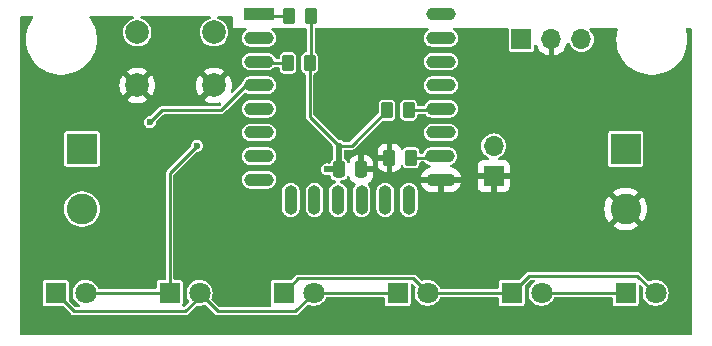
<source format=gbr>
%TF.GenerationSoftware,KiCad,Pcbnew,8.0.1*%
%TF.CreationDate,2024-06-21T13:32:41-03:00*%
%TF.ProjectId,bycicle-speedometer-v2,62796369-636c-4652-9d73-706565646f6d,rev?*%
%TF.SameCoordinates,Original*%
%TF.FileFunction,Copper,L2,Bot*%
%TF.FilePolarity,Positive*%
%FSLAX46Y46*%
G04 Gerber Fmt 4.6, Leading zero omitted, Abs format (unit mm)*
G04 Created by KiCad (PCBNEW 8.0.1) date 2024-06-21 13:32:41*
%MOMM*%
%LPD*%
G01*
G04 APERTURE LIST*
G04 Aperture macros list*
%AMRoundRect*
0 Rectangle with rounded corners*
0 $1 Rounding radius*
0 $2 $3 $4 $5 $6 $7 $8 $9 X,Y pos of 4 corners*
0 Add a 4 corners polygon primitive as box body*
4,1,4,$2,$3,$4,$5,$6,$7,$8,$9,$2,$3,0*
0 Add four circle primitives for the rounded corners*
1,1,$1+$1,$2,$3*
1,1,$1+$1,$4,$5*
1,1,$1+$1,$6,$7*
1,1,$1+$1,$8,$9*
0 Add four rect primitives between the rounded corners*
20,1,$1+$1,$2,$3,$4,$5,0*
20,1,$1+$1,$4,$5,$6,$7,0*
20,1,$1+$1,$6,$7,$8,$9,0*
20,1,$1+$1,$8,$9,$2,$3,0*%
G04 Aperture macros list end*
%TA.AperFunction,ComponentPad*%
%ADD10R,1.800000X1.800000*%
%TD*%
%TA.AperFunction,ComponentPad*%
%ADD11C,1.800000*%
%TD*%
%TA.AperFunction,ComponentPad*%
%ADD12C,2.000000*%
%TD*%
%TA.AperFunction,ComponentPad*%
%ADD13R,2.600000X2.600000*%
%TD*%
%TA.AperFunction,ComponentPad*%
%ADD14C,2.600000*%
%TD*%
%TA.AperFunction,ComponentPad*%
%ADD15R,1.700000X1.700000*%
%TD*%
%TA.AperFunction,ComponentPad*%
%ADD16O,1.700000X1.700000*%
%TD*%
%TA.AperFunction,ComponentPad*%
%ADD17R,2.500000X1.100000*%
%TD*%
%TA.AperFunction,ComponentPad*%
%ADD18O,2.500000X1.100000*%
%TD*%
%TA.AperFunction,ComponentPad*%
%ADD19O,1.100000X2.500000*%
%TD*%
%TA.AperFunction,SMDPad,CuDef*%
%ADD20RoundRect,0.250000X-0.250000X-0.475000X0.250000X-0.475000X0.250000X0.475000X-0.250000X0.475000X0*%
%TD*%
%TA.AperFunction,SMDPad,CuDef*%
%ADD21RoundRect,0.250000X-0.262500X-0.450000X0.262500X-0.450000X0.262500X0.450000X-0.262500X0.450000X0*%
%TD*%
%TA.AperFunction,SMDPad,CuDef*%
%ADD22RoundRect,0.250000X0.262500X0.450000X-0.262500X0.450000X-0.262500X-0.450000X0.262500X-0.450000X0*%
%TD*%
%TA.AperFunction,ViaPad*%
%ADD23C,0.600000*%
%TD*%
%TA.AperFunction,Conductor*%
%ADD24C,0.254000*%
%TD*%
%TA.AperFunction,Conductor*%
%ADD25C,0.508000*%
%TD*%
G04 APERTURE END LIST*
D10*
%TO.P,D3,1,K*%
%TO.N,Net-(D3-K)*%
X179324000Y-92456000D03*
D11*
%TO.P,D3,2,A*%
%TO.N,Net-(D1-K)*%
X181864000Y-92456000D03*
%TD*%
D10*
%TO.P,D4,1,K*%
%TO.N,Net-(D1-K)*%
X188976000Y-92456000D03*
D11*
%TO.P,D4,2,A*%
%TO.N,Net-(D3-K)*%
X191516000Y-92456000D03*
%TD*%
D12*
%TO.P,SW1,1,1*%
%TO.N,GND*%
X173430000Y-74894000D03*
X166930000Y-74894000D03*
%TO.P,SW1,2,2*%
%TO.N,Net-(U1-REST)*%
X173430000Y-70394000D03*
X166930000Y-70394000D03*
%TD*%
D13*
%TO.P,J1,1,Pin_1*%
%TO.N,VCC*%
X208280000Y-80264000D03*
D14*
%TO.P,J1,2,Pin_2*%
%TO.N,GND*%
X208280000Y-85344000D03*
%TD*%
D15*
%TO.P,J4,1,Pin_1*%
%TO.N,3V3*%
X199460000Y-71000000D03*
D16*
%TO.P,J4,2,Pin_2*%
%TO.N,GND*%
X202000000Y-71000000D03*
%TO.P,J4,3,Pin_3*%
%TO.N,VCC*%
X204540000Y-71000000D03*
%TD*%
D17*
%TO.P,U1,1,REST*%
%TO.N,Net-(U1-REST)*%
X177238500Y-68872000D03*
D18*
%TO.P,U1,2,ADC*%
%TO.N,unconnected-(U1-ADC-Pad2)*%
X177238500Y-70872000D03*
%TO.P,U1,3,CH_PD*%
%TO.N,Net-(U1-CH_PD)*%
X177238500Y-72872000D03*
%TO.P,U1,4,GPIO16*%
%TO.N,Sensor*%
X177238500Y-74872000D03*
%TO.P,U1,5,GPIO14*%
%TO.N,led_a*%
X177238500Y-76872000D03*
%TO.P,U1,6,GPIO12*%
%TO.N,led_b*%
X177238500Y-78872000D03*
%TO.P,U1,7,GPIO13*%
%TO.N,led_c*%
X177238500Y-80872000D03*
%TO.P,U1,8,VCC*%
%TO.N,3V3*%
X177238500Y-82872000D03*
%TO.P,U1,9,GND*%
%TO.N,GND*%
X192638500Y-82872000D03*
%TO.P,U1,10,GPIO15*%
%TO.N,Net-(U1-GPIO15)*%
X192538500Y-80872000D03*
%TO.P,U1,11,GPIO2*%
%TO.N,unconnected-(U1-GPIO2-Pad11)*%
X192638500Y-78872000D03*
%TO.P,U1,12,GPIO0*%
%TO.N,Prog*%
X192638500Y-76872000D03*
%TO.P,U1,13,GPIO4*%
%TO.N,unconnected-(U1-GPIO4-Pad13)*%
X192638500Y-74872000D03*
%TO.P,U1,14,GPIO5*%
%TO.N,unconnected-(U1-GPIO5-Pad14)*%
X192638500Y-72872000D03*
%TO.P,U1,15,RXD*%
%TO.N,unconnected-(U1-RXD-Pad15)*%
X192638500Y-70872000D03*
%TO.P,U1,16,TXD*%
%TO.N,unconnected-(U1-TXD-Pad16)*%
X192638500Y-68872000D03*
D19*
%TO.P,U1,17,CS0*%
%TO.N,unconnected-(U1-CS0-Pad17)*%
X179928500Y-84572000D03*
%TO.P,U1,18,MISO*%
%TO.N,unconnected-(U1-MISO-Pad18)*%
X181928500Y-84572000D03*
%TO.P,U1,19,GPIO9*%
%TO.N,unconnected-(U1-GPIO9-Pad19)*%
X183928500Y-84572000D03*
%TO.P,U1,20,GPIO10*%
%TO.N,unconnected-(U1-GPIO10-Pad20)*%
X185928500Y-84572000D03*
%TO.P,U1,21,MOSI*%
%TO.N,unconnected-(U1-MOSI-Pad21)*%
X187928500Y-84572000D03*
%TO.P,U1,22,SCLK*%
%TO.N,unconnected-(U1-SCLK-Pad22)*%
X189928500Y-84572000D03*
%TD*%
D10*
%TO.P,D6,1,K*%
%TO.N,Net-(D1-A)*%
X208280000Y-92456000D03*
D11*
%TO.P,D6,2,A*%
%TO.N,Net-(D3-K)*%
X210820000Y-92456000D03*
%TD*%
D15*
%TO.P,J2,1,Pin_1*%
%TO.N,GND*%
X197104000Y-82555000D03*
D16*
%TO.P,J2,2,Pin_2*%
%TO.N,Prog*%
X197104000Y-80015000D03*
%TD*%
D10*
%TO.P,D2,1,K*%
%TO.N,Net-(D1-A)*%
X169672000Y-92456000D03*
D11*
%TO.P,D2,2,A*%
%TO.N,Net-(D1-K)*%
X172212000Y-92456000D03*
%TD*%
D10*
%TO.P,D5,1,K*%
%TO.N,Net-(D3-K)*%
X198628000Y-92456000D03*
D11*
%TO.P,D5,2,A*%
%TO.N,Net-(D1-A)*%
X201168000Y-92456000D03*
%TD*%
D13*
%TO.P,J3,1,Pin_1*%
%TO.N,3V3*%
X162255000Y-80259000D03*
D14*
%TO.P,J3,2,Pin_2*%
%TO.N,Net-(J3-Pin_2)*%
X162255000Y-85339000D03*
%TD*%
D10*
%TO.P,D1,1,K*%
%TO.N,Net-(D1-K)*%
X160020000Y-92456000D03*
D11*
%TO.P,D1,2,A*%
%TO.N,Net-(D1-A)*%
X162560000Y-92456000D03*
%TD*%
D20*
%TO.P,C1,1*%
%TO.N,3V3*%
X184000000Y-82000000D03*
%TO.P,C1,2*%
%TO.N,GND*%
X185900000Y-82000000D03*
%TD*%
D21*
%TO.P,R3,1*%
%TO.N,3V3*%
X188081500Y-77000000D03*
%TO.P,R3,2*%
%TO.N,Prog*%
X189906500Y-77000000D03*
%TD*%
D22*
%TO.P,R1,1*%
%TO.N,3V3*%
X181525000Y-73000000D03*
%TO.P,R1,2*%
%TO.N,Net-(U1-CH_PD)*%
X179700000Y-73000000D03*
%TD*%
%TO.P,R5,1*%
%TO.N,Net-(U1-GPIO15)*%
X190112500Y-81000000D03*
%TO.P,R5,2*%
%TO.N,GND*%
X188287500Y-81000000D03*
%TD*%
%TO.P,R2,1*%
%TO.N,3V3*%
X181612500Y-69000000D03*
%TO.P,R2,2*%
%TO.N,Net-(U1-REST)*%
X179787500Y-69000000D03*
%TD*%
D23*
%TO.N,GND*%
X171000000Y-84000000D03*
X171000000Y-79000000D03*
%TO.N,Net-(D1-A)*%
X172000000Y-80000000D03*
%TO.N,Sensor*%
X168000000Y-78000000D03*
%TO.N,3V3*%
X183000000Y-82000000D03*
X184000000Y-80000000D03*
%TD*%
D24*
%TO.N,Sensor*%
X174000000Y-77000000D02*
X176128000Y-74872000D01*
X169000000Y-77000000D02*
X174000000Y-77000000D01*
X168000000Y-78000000D02*
X169000000Y-77000000D01*
X176128000Y-74872000D02*
X177938500Y-74872000D01*
%TO.N,Net-(D1-A)*%
X208280000Y-92456000D02*
X201168000Y-92456000D01*
%TO.N,Net-(D3-K)*%
X200084000Y-91000000D02*
X198628000Y-92456000D01*
X209278000Y-91000000D02*
X200084000Y-91000000D01*
X210734000Y-92456000D02*
X209278000Y-91000000D01*
X210820000Y-92456000D02*
X210734000Y-92456000D01*
X191516000Y-92456000D02*
X198628000Y-92456000D01*
X180551000Y-91229000D02*
X179324000Y-92456000D01*
X190289000Y-91229000D02*
X180551000Y-91229000D01*
X191516000Y-92456000D02*
X190289000Y-91229000D01*
%TO.N,Net-(D1-K)*%
X181864000Y-92456000D02*
X188976000Y-92456000D01*
X180320000Y-94000000D02*
X181864000Y-92456000D01*
X173756000Y-94000000D02*
X180320000Y-94000000D01*
X172212000Y-92456000D02*
X173756000Y-94000000D01*
X172212000Y-92788000D02*
X172212000Y-92456000D01*
X171000000Y-94000000D02*
X172212000Y-92788000D01*
X161564000Y-94000000D02*
X171000000Y-94000000D01*
X160020000Y-92456000D02*
X161564000Y-94000000D01*
%TO.N,Net-(D1-A)*%
X169672000Y-92456000D02*
X162560000Y-92456000D01*
X169672000Y-82328000D02*
X169672000Y-92456000D01*
X172000000Y-80000000D02*
X169672000Y-82328000D01*
%TO.N,Net-(U1-GPIO15)*%
X191810500Y-81000000D02*
X191938500Y-80872000D01*
X190112500Y-81000000D02*
X191810500Y-81000000D01*
%TO.N,Prog*%
X191810500Y-77000000D02*
X191938500Y-76872000D01*
X189906500Y-77000000D02*
X191810500Y-77000000D01*
%TO.N,Net-(U1-CH_PD)*%
X178066500Y-73000000D02*
X177938500Y-72872000D01*
X179700000Y-73000000D02*
X178066500Y-73000000D01*
%TO.N,Net-(U1-REST)*%
X178066500Y-69000000D02*
X177938500Y-68872000D01*
X179787500Y-69000000D02*
X178066500Y-69000000D01*
%TO.N,3V3*%
X181525000Y-77525000D02*
X184000000Y-80000000D01*
X181525000Y-73000000D02*
X181525000Y-77525000D01*
X181612500Y-72912500D02*
X181525000Y-73000000D01*
X181612500Y-69000000D02*
X181612500Y-72912500D01*
X185081500Y-80000000D02*
X184000000Y-80000000D01*
X188081500Y-77000000D02*
X185081500Y-80000000D01*
D25*
X184000000Y-82000000D02*
X183000000Y-82000000D01*
X184000000Y-82000000D02*
X184000000Y-80000000D01*
%TD*%
%TA.AperFunction,Conductor*%
%TO.N,GND*%
G36*
X158068381Y-69019685D02*
G01*
X158114136Y-69072489D01*
X158124080Y-69141647D01*
X158100805Y-69198047D01*
X157988875Y-69348394D01*
X157988871Y-69348400D01*
X157814113Y-69651091D01*
X157814107Y-69651104D01*
X157675674Y-69972027D01*
X157575430Y-70306865D01*
X157575428Y-70306872D01*
X157514739Y-70651061D01*
X157514738Y-70651072D01*
X157494415Y-70999996D01*
X157494415Y-71000003D01*
X157514738Y-71348927D01*
X157514739Y-71348938D01*
X157575428Y-71693127D01*
X157575430Y-71693134D01*
X157675674Y-72027972D01*
X157814107Y-72348895D01*
X157814113Y-72348908D01*
X157988870Y-72651597D01*
X158197584Y-72931949D01*
X158197589Y-72931955D01*
X158242114Y-72979148D01*
X158437442Y-73186183D01*
X158605857Y-73327500D01*
X158705186Y-73410847D01*
X158705194Y-73410853D01*
X158997203Y-73602911D01*
X158997207Y-73602913D01*
X159309549Y-73759777D01*
X159637989Y-73879319D01*
X159978086Y-73959923D01*
X160325241Y-74000500D01*
X160325248Y-74000500D01*
X160674752Y-74000500D01*
X160674759Y-74000500D01*
X161021914Y-73959923D01*
X161362011Y-73879319D01*
X161690451Y-73759777D01*
X162002793Y-73602913D01*
X162294811Y-73410849D01*
X162562558Y-73186183D01*
X162789235Y-72945920D01*
X175787999Y-72945920D01*
X175816840Y-73090907D01*
X175816843Y-73090917D01*
X175873412Y-73227488D01*
X175873419Y-73227501D01*
X175955548Y-73350415D01*
X175955551Y-73350419D01*
X176060080Y-73454948D01*
X176060084Y-73454951D01*
X176182998Y-73537080D01*
X176183011Y-73537087D01*
X176319582Y-73593656D01*
X176319587Y-73593658D01*
X176319591Y-73593658D01*
X176319592Y-73593659D01*
X176464579Y-73622500D01*
X176464582Y-73622500D01*
X178012420Y-73622500D01*
X178110896Y-73602911D01*
X178157413Y-73593658D01*
X178293995Y-73537084D01*
X178416916Y-73454951D01*
X178461020Y-73410847D01*
X178508049Y-73363819D01*
X178569372Y-73330334D01*
X178595730Y-73327500D01*
X178863000Y-73327500D01*
X178930039Y-73347185D01*
X178975794Y-73399989D01*
X178987000Y-73451500D01*
X178987000Y-73504269D01*
X178989853Y-73534699D01*
X178989853Y-73534701D01*
X179034706Y-73662880D01*
X179034707Y-73662882D01*
X179115350Y-73772150D01*
X179224618Y-73852793D01*
X179267345Y-73867744D01*
X179352799Y-73897646D01*
X179383230Y-73900500D01*
X179383234Y-73900500D01*
X180016770Y-73900500D01*
X180047199Y-73897646D01*
X180047201Y-73897646D01*
X180111290Y-73875219D01*
X180175382Y-73852793D01*
X180284650Y-73772150D01*
X180365293Y-73662882D01*
X180389516Y-73593656D01*
X180410146Y-73534701D01*
X180410146Y-73534699D01*
X180413000Y-73504269D01*
X180413000Y-72495730D01*
X180410146Y-72465300D01*
X180410146Y-72465298D01*
X180365293Y-72337119D01*
X180365292Y-72337117D01*
X180284650Y-72227850D01*
X180175382Y-72147207D01*
X180175380Y-72147206D01*
X180047200Y-72102353D01*
X180016770Y-72099500D01*
X180016766Y-72099500D01*
X179383234Y-72099500D01*
X179383230Y-72099500D01*
X179352800Y-72102353D01*
X179352798Y-72102353D01*
X179224619Y-72147206D01*
X179224617Y-72147207D01*
X179115350Y-72227850D01*
X179034707Y-72337117D01*
X179034706Y-72337119D01*
X178989853Y-72465298D01*
X178989853Y-72465300D01*
X178987000Y-72495730D01*
X178987000Y-72548500D01*
X178967315Y-72615539D01*
X178914511Y-72661294D01*
X178863000Y-72672500D01*
X178751053Y-72672500D01*
X178684014Y-72652815D01*
X178638259Y-72600011D01*
X178636492Y-72595952D01*
X178603587Y-72516511D01*
X178603580Y-72516498D01*
X178521451Y-72393584D01*
X178521448Y-72393580D01*
X178416919Y-72289051D01*
X178416915Y-72289048D01*
X178294001Y-72206919D01*
X178293988Y-72206912D01*
X178157417Y-72150343D01*
X178157407Y-72150340D01*
X178012420Y-72121500D01*
X178012418Y-72121500D01*
X176464582Y-72121500D01*
X176464580Y-72121500D01*
X176319592Y-72150340D01*
X176319582Y-72150343D01*
X176183011Y-72206912D01*
X176182998Y-72206919D01*
X176060084Y-72289048D01*
X176060080Y-72289051D01*
X175955551Y-72393580D01*
X175955548Y-72393584D01*
X175873419Y-72516498D01*
X175873412Y-72516511D01*
X175816843Y-72653082D01*
X175816840Y-72653092D01*
X175788000Y-72798079D01*
X175788000Y-72798082D01*
X175788000Y-72945918D01*
X175788000Y-72945920D01*
X175787999Y-72945920D01*
X162789235Y-72945920D01*
X162802412Y-72931953D01*
X163011130Y-72651596D01*
X163185889Y-72348904D01*
X163324326Y-72027971D01*
X163424569Y-71693136D01*
X163427313Y-71677578D01*
X163485260Y-71348938D01*
X163485259Y-71348938D01*
X163485262Y-71348927D01*
X163505585Y-71000000D01*
X163485262Y-70651073D01*
X163476239Y-70599901D01*
X163424571Y-70306872D01*
X163424569Y-70306865D01*
X163424569Y-70306864D01*
X163324326Y-69972029D01*
X163185889Y-69651096D01*
X163065022Y-69441748D01*
X163011128Y-69348400D01*
X163011124Y-69348394D01*
X162899195Y-69198047D01*
X162874951Y-69132519D01*
X162889983Y-69064285D01*
X162939519Y-69015011D01*
X162998658Y-69000000D01*
X166541730Y-69000000D01*
X166608769Y-69019685D01*
X166654524Y-69072489D01*
X166664468Y-69141647D01*
X166635443Y-69205203D01*
X166586525Y-69239625D01*
X166507796Y-69270125D01*
X166392604Y-69314750D01*
X166392595Y-69314754D01*
X166203439Y-69431874D01*
X166203437Y-69431876D01*
X166039020Y-69581761D01*
X165904943Y-69759308D01*
X165904938Y-69759316D01*
X165805775Y-69958461D01*
X165805769Y-69958476D01*
X165744885Y-70172462D01*
X165744884Y-70172464D01*
X165724357Y-70393999D01*
X165724357Y-70394000D01*
X165744884Y-70615535D01*
X165744885Y-70615537D01*
X165805769Y-70829523D01*
X165805775Y-70829538D01*
X165904938Y-71028683D01*
X165904943Y-71028691D01*
X166039020Y-71206238D01*
X166203437Y-71356123D01*
X166203439Y-71356125D01*
X166392595Y-71473245D01*
X166392596Y-71473245D01*
X166392599Y-71473247D01*
X166600060Y-71553618D01*
X166818757Y-71594500D01*
X166818759Y-71594500D01*
X167041241Y-71594500D01*
X167041243Y-71594500D01*
X167259940Y-71553618D01*
X167467401Y-71473247D01*
X167656562Y-71356124D01*
X167820981Y-71206236D01*
X167955058Y-71028689D01*
X168054229Y-70829528D01*
X168115115Y-70615536D01*
X168135643Y-70394000D01*
X168135604Y-70393584D01*
X168115115Y-70172464D01*
X168115114Y-70172462D01*
X168111444Y-70159564D01*
X168054229Y-69958472D01*
X168054224Y-69958461D01*
X167955061Y-69759316D01*
X167955056Y-69759308D01*
X167820979Y-69581761D01*
X167656562Y-69431876D01*
X167656560Y-69431874D01*
X167467404Y-69314754D01*
X167467395Y-69314750D01*
X167373956Y-69278552D01*
X167273475Y-69239625D01*
X167218075Y-69197054D01*
X167194484Y-69131288D01*
X167210195Y-69063207D01*
X167260219Y-69014428D01*
X167318270Y-69000000D01*
X173041730Y-69000000D01*
X173108769Y-69019685D01*
X173154524Y-69072489D01*
X173164468Y-69141647D01*
X173135443Y-69205203D01*
X173086525Y-69239625D01*
X173007796Y-69270125D01*
X172892604Y-69314750D01*
X172892595Y-69314754D01*
X172703439Y-69431874D01*
X172703437Y-69431876D01*
X172539020Y-69581761D01*
X172404943Y-69759308D01*
X172404938Y-69759316D01*
X172305775Y-69958461D01*
X172305769Y-69958476D01*
X172244885Y-70172462D01*
X172244884Y-70172464D01*
X172224357Y-70393999D01*
X172224357Y-70394000D01*
X172244884Y-70615535D01*
X172244885Y-70615537D01*
X172305769Y-70829523D01*
X172305775Y-70829538D01*
X172404938Y-71028683D01*
X172404943Y-71028691D01*
X172539020Y-71206238D01*
X172703437Y-71356123D01*
X172703439Y-71356125D01*
X172892595Y-71473245D01*
X172892596Y-71473245D01*
X172892599Y-71473247D01*
X173100060Y-71553618D01*
X173318757Y-71594500D01*
X173318759Y-71594500D01*
X173541241Y-71594500D01*
X173541243Y-71594500D01*
X173759940Y-71553618D01*
X173967401Y-71473247D01*
X174156562Y-71356124D01*
X174320981Y-71206236D01*
X174455058Y-71028689D01*
X174554229Y-70829528D01*
X174615115Y-70615536D01*
X174635643Y-70394000D01*
X174635604Y-70393584D01*
X174615115Y-70172464D01*
X174615114Y-70172462D01*
X174611444Y-70159564D01*
X174554229Y-69958472D01*
X174554224Y-69958461D01*
X174455061Y-69759316D01*
X174455056Y-69759308D01*
X174320979Y-69581761D01*
X174156562Y-69431876D01*
X174156560Y-69431874D01*
X173967404Y-69314754D01*
X173967395Y-69314750D01*
X173873956Y-69278552D01*
X173773475Y-69239625D01*
X173718075Y-69197054D01*
X173694484Y-69131288D01*
X173710195Y-69063207D01*
X173760219Y-69014428D01*
X173818270Y-69000000D01*
X174876000Y-69000000D01*
X174943039Y-69019685D01*
X174988794Y-69072489D01*
X175000000Y-69124000D01*
X175000000Y-70000000D01*
X176083903Y-70000000D01*
X176150942Y-70019685D01*
X176196697Y-70072489D01*
X176206641Y-70141647D01*
X176177616Y-70205203D01*
X176152794Y-70227102D01*
X176060083Y-70289048D01*
X175955551Y-70393580D01*
X175955548Y-70393584D01*
X175873419Y-70516498D01*
X175873412Y-70516511D01*
X175816843Y-70653082D01*
X175816840Y-70653092D01*
X175788000Y-70798079D01*
X175788000Y-70798082D01*
X175788000Y-70945918D01*
X175788000Y-70945920D01*
X175787999Y-70945920D01*
X175816840Y-71090907D01*
X175816843Y-71090917D01*
X175873412Y-71227488D01*
X175873419Y-71227501D01*
X175955548Y-71350415D01*
X175955551Y-71350419D01*
X176060080Y-71454948D01*
X176060084Y-71454951D01*
X176182998Y-71537080D01*
X176183011Y-71537087D01*
X176302185Y-71586450D01*
X176319587Y-71593658D01*
X176319591Y-71593658D01*
X176319592Y-71593659D01*
X176464579Y-71622500D01*
X176464582Y-71622500D01*
X178012420Y-71622500D01*
X178109962Y-71603096D01*
X178157413Y-71593658D01*
X178293995Y-71537084D01*
X178416916Y-71454951D01*
X178521451Y-71350416D01*
X178603584Y-71227495D01*
X178660158Y-71090913D01*
X178689000Y-70945918D01*
X178689000Y-70798082D01*
X178689000Y-70798079D01*
X178660159Y-70653092D01*
X178660158Y-70653091D01*
X178660158Y-70653087D01*
X178659319Y-70651061D01*
X178603587Y-70516511D01*
X178603580Y-70516498D01*
X178521451Y-70393584D01*
X178521448Y-70393580D01*
X178416916Y-70289048D01*
X178324206Y-70227102D01*
X178279401Y-70173490D01*
X178270694Y-70104165D01*
X178300848Y-70041138D01*
X178360291Y-70004418D01*
X178393097Y-70000000D01*
X181161000Y-70000000D01*
X181228039Y-70019685D01*
X181273794Y-70072489D01*
X181285000Y-70124000D01*
X181285000Y-71979385D01*
X181265315Y-72046424D01*
X181212511Y-72092179D01*
X181184909Y-72099552D01*
X181185170Y-72100744D01*
X181177798Y-72102353D01*
X181049619Y-72147206D01*
X181049617Y-72147207D01*
X180940350Y-72227850D01*
X180859707Y-72337117D01*
X180859706Y-72337119D01*
X180814853Y-72465298D01*
X180814853Y-72465300D01*
X180812000Y-72495730D01*
X180812000Y-73504269D01*
X180814853Y-73534699D01*
X180814853Y-73534701D01*
X180859706Y-73662880D01*
X180859707Y-73662882D01*
X180940350Y-73772150D01*
X181049618Y-73852793D01*
X181114456Y-73875480D01*
X181171230Y-73916201D01*
X181196978Y-73981154D01*
X181197500Y-73992521D01*
X181197500Y-77481884D01*
X181197500Y-77568116D01*
X181219819Y-77651410D01*
X181262934Y-77726088D01*
X181262936Y-77726091D01*
X183458034Y-79921189D01*
X183491519Y-79982512D01*
X183493091Y-79991223D01*
X183514834Y-80142456D01*
X183534294Y-80185065D01*
X183545500Y-80236577D01*
X183545500Y-81053422D01*
X183525815Y-81120461D01*
X183495134Y-81153192D01*
X183427850Y-81202850D01*
X183347207Y-81312117D01*
X183301019Y-81444111D01*
X183260296Y-81500887D01*
X183195343Y-81526633D01*
X183149045Y-81522133D01*
X183071961Y-81499500D01*
X182928039Y-81499500D01*
X182928036Y-81499500D01*
X182789949Y-81540045D01*
X182668873Y-81617856D01*
X182574623Y-81726626D01*
X182574622Y-81726628D01*
X182514834Y-81857543D01*
X182494353Y-82000000D01*
X182514834Y-82142456D01*
X182544274Y-82206919D01*
X182574623Y-82273373D01*
X182668872Y-82382143D01*
X182789947Y-82459953D01*
X182789950Y-82459954D01*
X182789949Y-82459954D01*
X182928036Y-82500499D01*
X182928038Y-82500500D01*
X182928039Y-82500500D01*
X183071961Y-82500500D01*
X183149043Y-82477867D01*
X183218913Y-82477867D01*
X183277691Y-82515641D01*
X183301019Y-82555888D01*
X183335033Y-82653092D01*
X183347207Y-82687882D01*
X183427850Y-82797150D01*
X183537118Y-82877793D01*
X183569163Y-82889006D01*
X183665298Y-82922646D01*
X183667890Y-82923212D01*
X183669618Y-82924157D01*
X183672423Y-82925139D01*
X183672260Y-82925603D01*
X183729185Y-82956748D01*
X183762619Y-83018099D01*
X183757577Y-83087786D01*
X183715659Y-83143685D01*
X183688884Y-83158917D01*
X183573008Y-83206914D01*
X183572998Y-83206919D01*
X183450084Y-83289048D01*
X183450080Y-83289051D01*
X183345551Y-83393580D01*
X183345548Y-83393584D01*
X183263419Y-83516498D01*
X183263412Y-83516511D01*
X183206843Y-83653082D01*
X183206840Y-83653092D01*
X183178000Y-83798079D01*
X183178000Y-83798082D01*
X183178000Y-85345918D01*
X183178000Y-85345920D01*
X183177999Y-85345920D01*
X183206840Y-85490907D01*
X183206843Y-85490917D01*
X183263412Y-85627488D01*
X183263419Y-85627501D01*
X183345548Y-85750415D01*
X183345551Y-85750419D01*
X183450080Y-85854948D01*
X183450084Y-85854951D01*
X183572998Y-85937080D01*
X183573011Y-85937087D01*
X183709582Y-85993656D01*
X183709587Y-85993658D01*
X183709591Y-85993658D01*
X183709592Y-85993659D01*
X183854579Y-86022500D01*
X183854582Y-86022500D01*
X184002420Y-86022500D01*
X184099962Y-86003096D01*
X184147413Y-85993658D01*
X184283995Y-85937084D01*
X184406916Y-85854951D01*
X184511451Y-85750416D01*
X184593584Y-85627495D01*
X184650158Y-85490913D01*
X184679000Y-85345918D01*
X184679000Y-83798082D01*
X184679000Y-83798079D01*
X184650159Y-83653092D01*
X184650158Y-83653091D01*
X184650158Y-83653087D01*
X184647672Y-83647086D01*
X184593587Y-83516511D01*
X184593580Y-83516498D01*
X184511451Y-83393584D01*
X184511448Y-83393580D01*
X184406919Y-83289051D01*
X184406915Y-83289048D01*
X184284001Y-83206919D01*
X184283988Y-83206912D01*
X184180534Y-83164061D01*
X184126130Y-83120220D01*
X184104065Y-83053926D01*
X184121344Y-82986227D01*
X184172481Y-82938616D01*
X184227986Y-82925500D01*
X184304270Y-82925500D01*
X184334699Y-82922646D01*
X184334701Y-82922646D01*
X184398790Y-82900219D01*
X184462882Y-82877793D01*
X184572150Y-82797150D01*
X184652793Y-82687882D01*
X184675158Y-82623964D01*
X184715877Y-82567192D01*
X184780830Y-82541444D01*
X184849392Y-82554900D01*
X184899795Y-82603287D01*
X184909904Y-82625917D01*
X184965642Y-82794121D01*
X184965643Y-82794124D01*
X185057684Y-82943345D01*
X185181654Y-83067315D01*
X185330875Y-83159356D01*
X185337421Y-83162408D01*
X185336405Y-83164586D01*
X185384437Y-83197839D01*
X185411263Y-83262354D01*
X185398952Y-83331130D01*
X185375675Y-83363457D01*
X185345548Y-83393584D01*
X185263419Y-83516498D01*
X185263412Y-83516511D01*
X185206843Y-83653082D01*
X185206840Y-83653092D01*
X185178000Y-83798079D01*
X185178000Y-83798082D01*
X185178000Y-85345918D01*
X185178000Y-85345920D01*
X185177999Y-85345920D01*
X185206840Y-85490907D01*
X185206843Y-85490917D01*
X185263412Y-85627488D01*
X185263419Y-85627501D01*
X185345548Y-85750415D01*
X185345551Y-85750419D01*
X185450080Y-85854948D01*
X185450084Y-85854951D01*
X185572998Y-85937080D01*
X185573011Y-85937087D01*
X185709582Y-85993656D01*
X185709587Y-85993658D01*
X185709591Y-85993658D01*
X185709592Y-85993659D01*
X185854579Y-86022500D01*
X185854582Y-86022500D01*
X186002420Y-86022500D01*
X186099962Y-86003096D01*
X186147413Y-85993658D01*
X186283995Y-85937084D01*
X186406916Y-85854951D01*
X186511451Y-85750416D01*
X186593584Y-85627495D01*
X186650158Y-85490913D01*
X186679000Y-85345920D01*
X187177999Y-85345920D01*
X187206840Y-85490907D01*
X187206843Y-85490917D01*
X187263412Y-85627488D01*
X187263419Y-85627501D01*
X187345548Y-85750415D01*
X187345551Y-85750419D01*
X187450080Y-85854948D01*
X187450084Y-85854951D01*
X187572998Y-85937080D01*
X187573011Y-85937087D01*
X187709582Y-85993656D01*
X187709587Y-85993658D01*
X187709591Y-85993658D01*
X187709592Y-85993659D01*
X187854579Y-86022500D01*
X187854582Y-86022500D01*
X188002420Y-86022500D01*
X188099962Y-86003096D01*
X188147413Y-85993658D01*
X188283995Y-85937084D01*
X188406916Y-85854951D01*
X188511451Y-85750416D01*
X188593584Y-85627495D01*
X188650158Y-85490913D01*
X188679000Y-85345920D01*
X189177999Y-85345920D01*
X189206840Y-85490907D01*
X189206843Y-85490917D01*
X189263412Y-85627488D01*
X189263419Y-85627501D01*
X189345548Y-85750415D01*
X189345551Y-85750419D01*
X189450080Y-85854948D01*
X189450084Y-85854951D01*
X189572998Y-85937080D01*
X189573011Y-85937087D01*
X189709582Y-85993656D01*
X189709587Y-85993658D01*
X189709591Y-85993658D01*
X189709592Y-85993659D01*
X189854579Y-86022500D01*
X189854582Y-86022500D01*
X190002420Y-86022500D01*
X190099962Y-86003096D01*
X190147413Y-85993658D01*
X190283995Y-85937084D01*
X190406916Y-85854951D01*
X190511451Y-85750416D01*
X190593584Y-85627495D01*
X190650158Y-85490913D01*
X190679000Y-85345918D01*
X190679000Y-85344004D01*
X206474953Y-85344004D01*
X206495113Y-85613026D01*
X206495113Y-85613028D01*
X206555142Y-85876033D01*
X206555148Y-85876052D01*
X206653709Y-86127181D01*
X206653708Y-86127181D01*
X206788602Y-86360822D01*
X206842294Y-86428151D01*
X206842295Y-86428151D01*
X207678958Y-85591488D01*
X207703978Y-85651890D01*
X207775112Y-85758351D01*
X207865649Y-85848888D01*
X207972110Y-85920022D01*
X208032510Y-85945041D01*
X207194848Y-86782702D01*
X207377483Y-86907220D01*
X207377485Y-86907221D01*
X207620539Y-87024269D01*
X207620537Y-87024269D01*
X207878337Y-87103790D01*
X207878343Y-87103792D01*
X208145101Y-87143999D01*
X208145110Y-87144000D01*
X208414890Y-87144000D01*
X208414898Y-87143999D01*
X208681656Y-87103792D01*
X208681662Y-87103790D01*
X208939461Y-87024269D01*
X209182521Y-86907218D01*
X209365150Y-86782702D01*
X208527488Y-85945041D01*
X208587890Y-85920022D01*
X208694351Y-85848888D01*
X208784888Y-85758351D01*
X208856022Y-85651890D01*
X208881041Y-85591488D01*
X209717703Y-86428151D01*
X209717704Y-86428150D01*
X209771393Y-86360828D01*
X209771400Y-86360817D01*
X209906290Y-86127181D01*
X210004851Y-85876052D01*
X210004857Y-85876033D01*
X210064886Y-85613028D01*
X210064886Y-85613026D01*
X210085047Y-85344004D01*
X210085047Y-85343995D01*
X210064886Y-85074973D01*
X210064886Y-85074971D01*
X210004857Y-84811966D01*
X210004851Y-84811947D01*
X209906290Y-84560818D01*
X209906291Y-84560818D01*
X209771397Y-84327177D01*
X209717704Y-84259847D01*
X208881041Y-85096510D01*
X208856022Y-85036110D01*
X208784888Y-84929649D01*
X208694351Y-84839112D01*
X208587890Y-84767978D01*
X208527488Y-84742958D01*
X209365150Y-83905296D01*
X209182517Y-83780779D01*
X209182516Y-83780778D01*
X208939460Y-83663730D01*
X208939462Y-83663730D01*
X208681662Y-83584209D01*
X208681656Y-83584207D01*
X208414898Y-83544000D01*
X208145101Y-83544000D01*
X207878343Y-83584207D01*
X207878337Y-83584209D01*
X207620538Y-83663730D01*
X207377485Y-83780778D01*
X207377476Y-83780783D01*
X207194848Y-83905296D01*
X208032511Y-84742958D01*
X207972110Y-84767978D01*
X207865649Y-84839112D01*
X207775112Y-84929649D01*
X207703978Y-85036110D01*
X207678958Y-85096511D01*
X206842295Y-84259848D01*
X206788600Y-84327180D01*
X206653709Y-84560818D01*
X206555148Y-84811947D01*
X206555142Y-84811966D01*
X206495113Y-85074971D01*
X206495113Y-85074973D01*
X206474953Y-85343995D01*
X206474953Y-85344004D01*
X190679000Y-85344004D01*
X190679000Y-83798082D01*
X190679000Y-83798079D01*
X190650159Y-83653092D01*
X190650158Y-83653091D01*
X190650158Y-83653087D01*
X190647672Y-83647086D01*
X190593587Y-83516511D01*
X190593580Y-83516498D01*
X190511451Y-83393584D01*
X190511448Y-83393580D01*
X190406919Y-83289051D01*
X190406915Y-83289048D01*
X190284001Y-83206919D01*
X190283988Y-83206912D01*
X190147417Y-83150343D01*
X190147407Y-83150340D01*
X190002420Y-83121500D01*
X190002418Y-83121500D01*
X189854582Y-83121500D01*
X189854580Y-83121500D01*
X189709592Y-83150340D01*
X189709582Y-83150343D01*
X189573011Y-83206912D01*
X189572998Y-83206919D01*
X189450084Y-83289048D01*
X189450080Y-83289051D01*
X189345551Y-83393580D01*
X189345548Y-83393584D01*
X189263419Y-83516498D01*
X189263412Y-83516511D01*
X189206843Y-83653082D01*
X189206840Y-83653092D01*
X189178000Y-83798079D01*
X189178000Y-83798082D01*
X189178000Y-85345918D01*
X189178000Y-85345920D01*
X189177999Y-85345920D01*
X188679000Y-85345920D01*
X188679000Y-85345918D01*
X188679000Y-83798082D01*
X188679000Y-83798079D01*
X188650159Y-83653092D01*
X188650158Y-83653091D01*
X188650158Y-83653087D01*
X188647672Y-83647086D01*
X188593587Y-83516511D01*
X188593580Y-83516498D01*
X188511451Y-83393584D01*
X188511448Y-83393580D01*
X188406919Y-83289051D01*
X188406915Y-83289048D01*
X188284001Y-83206919D01*
X188283988Y-83206912D01*
X188147417Y-83150343D01*
X188147407Y-83150340D01*
X188002420Y-83121500D01*
X188002418Y-83121500D01*
X187854582Y-83121500D01*
X187854580Y-83121500D01*
X187709592Y-83150340D01*
X187709582Y-83150343D01*
X187573011Y-83206912D01*
X187572998Y-83206919D01*
X187450084Y-83289048D01*
X187450080Y-83289051D01*
X187345551Y-83393580D01*
X187345548Y-83393584D01*
X187263419Y-83516498D01*
X187263412Y-83516511D01*
X187206843Y-83653082D01*
X187206840Y-83653092D01*
X187178000Y-83798079D01*
X187178000Y-83798082D01*
X187178000Y-85345918D01*
X187178000Y-85345920D01*
X187177999Y-85345920D01*
X186679000Y-85345920D01*
X186679000Y-85345918D01*
X186679000Y-83798082D01*
X186679000Y-83798079D01*
X186650159Y-83653092D01*
X186650158Y-83653091D01*
X186650158Y-83653087D01*
X186647672Y-83647086D01*
X186593587Y-83516511D01*
X186593580Y-83516498D01*
X186511451Y-83393584D01*
X186511448Y-83393580D01*
X186461324Y-83343456D01*
X186427839Y-83282133D01*
X186432823Y-83212441D01*
X186474695Y-83156508D01*
X186483909Y-83150236D01*
X186618343Y-83067317D01*
X186742315Y-82943345D01*
X186834356Y-82794124D01*
X186834358Y-82794119D01*
X186889505Y-82627697D01*
X186889506Y-82627690D01*
X186899999Y-82524986D01*
X186900000Y-82524973D01*
X186900000Y-82250000D01*
X185774000Y-82250000D01*
X185706961Y-82230315D01*
X185661206Y-82177511D01*
X185650000Y-82126000D01*
X185650000Y-80775000D01*
X186150000Y-80775000D01*
X186150000Y-81750000D01*
X186899999Y-81750000D01*
X186899999Y-81475028D01*
X186899998Y-81475013D01*
X186889505Y-81372302D01*
X186848978Y-81250000D01*
X187275001Y-81250000D01*
X187275001Y-81499986D01*
X187285494Y-81602697D01*
X187340641Y-81769119D01*
X187340643Y-81769124D01*
X187432684Y-81918345D01*
X187556654Y-82042315D01*
X187705875Y-82134356D01*
X187705880Y-82134358D01*
X187872302Y-82189505D01*
X187872309Y-82189506D01*
X187975019Y-82199999D01*
X188037499Y-82199998D01*
X188037500Y-82199998D01*
X188037500Y-81250000D01*
X187275001Y-81250000D01*
X186848978Y-81250000D01*
X186834358Y-81205880D01*
X186834356Y-81205875D01*
X186742315Y-81056654D01*
X186618345Y-80932684D01*
X186469124Y-80840643D01*
X186469119Y-80840641D01*
X186302697Y-80785494D01*
X186302690Y-80785493D01*
X186199986Y-80775000D01*
X186150000Y-80775000D01*
X185650000Y-80775000D01*
X185649999Y-80774999D01*
X185600029Y-80775000D01*
X185600011Y-80775001D01*
X185497302Y-80785494D01*
X185330880Y-80840641D01*
X185330875Y-80840643D01*
X185181654Y-80932684D01*
X185057684Y-81056654D01*
X184965643Y-81205875D01*
X184965641Y-81205880D01*
X184909905Y-81374082D01*
X184870132Y-81431527D01*
X184805617Y-81458350D01*
X184736841Y-81446035D01*
X184685641Y-81398492D01*
X184675158Y-81376033D01*
X184665063Y-81347185D01*
X184652793Y-81312118D01*
X184572150Y-81202850D01*
X184529551Y-81171410D01*
X184504866Y-81153192D01*
X184462615Y-81097544D01*
X184454500Y-81053422D01*
X184454500Y-80750000D01*
X187275000Y-80750000D01*
X188037500Y-80750000D01*
X188037500Y-79800000D01*
X188537500Y-79800000D01*
X188537500Y-82199999D01*
X188599972Y-82199999D01*
X188599986Y-82199998D01*
X188702697Y-82189505D01*
X188869119Y-82134358D01*
X188869124Y-82134356D01*
X189018345Y-82042315D01*
X189142315Y-81918345D01*
X189234356Y-81769124D01*
X189234359Y-81769117D01*
X189249300Y-81724028D01*
X189289072Y-81666583D01*
X189353587Y-81639759D01*
X189422363Y-81652073D01*
X189466775Y-81689396D01*
X189527850Y-81772150D01*
X189637118Y-81852793D01*
X189679845Y-81867744D01*
X189765299Y-81897646D01*
X189795730Y-81900500D01*
X189795734Y-81900500D01*
X190429270Y-81900500D01*
X190459699Y-81897646D01*
X190459701Y-81897646D01*
X190523790Y-81875219D01*
X190587882Y-81852793D01*
X190697150Y-81772150D01*
X190777793Y-81662882D01*
X190805482Y-81583752D01*
X190822646Y-81534701D01*
X190822646Y-81534699D01*
X190825500Y-81504269D01*
X190825500Y-81451500D01*
X190845185Y-81384461D01*
X190897989Y-81338706D01*
X190949500Y-81327500D01*
X191181270Y-81327500D01*
X191248309Y-81347185D01*
X191268951Y-81363819D01*
X191360080Y-81454948D01*
X191360084Y-81454951D01*
X191482998Y-81537080D01*
X191483011Y-81537087D01*
X191619379Y-81593572D01*
X191619587Y-81593658D01*
X191657766Y-81601252D01*
X191689896Y-81607644D01*
X191751807Y-81640029D01*
X191786382Y-81700745D01*
X191782642Y-81770514D01*
X191741775Y-81827186D01*
X191689897Y-81850878D01*
X191632231Y-81862348D01*
X191632225Y-81862350D01*
X191441141Y-81941500D01*
X191441131Y-81941505D01*
X191269164Y-82056410D01*
X191269160Y-82056413D01*
X191122913Y-82202660D01*
X191122910Y-82202664D01*
X191008005Y-82374631D01*
X191008000Y-82374641D01*
X190928851Y-82565723D01*
X190928850Y-82565725D01*
X190917657Y-82622000D01*
X191728882Y-82622000D01*
X191678436Y-82672446D01*
X191635649Y-82746555D01*
X191613500Y-82829213D01*
X191613500Y-82914787D01*
X191635649Y-82997445D01*
X191678436Y-83071554D01*
X191728882Y-83122000D01*
X190917657Y-83122000D01*
X190928850Y-83178274D01*
X190928851Y-83178276D01*
X191008000Y-83369358D01*
X191008005Y-83369368D01*
X191122910Y-83541335D01*
X191122913Y-83541339D01*
X191269160Y-83687586D01*
X191269164Y-83687589D01*
X191441131Y-83802494D01*
X191441141Y-83802499D01*
X191632225Y-83881649D01*
X191632233Y-83881651D01*
X191835079Y-83921999D01*
X191835083Y-83922000D01*
X192388500Y-83922000D01*
X192388500Y-83122000D01*
X192888500Y-83122000D01*
X192888500Y-83922000D01*
X193441917Y-83922000D01*
X193441920Y-83921999D01*
X193644766Y-83881651D01*
X193644774Y-83881649D01*
X193835858Y-83802499D01*
X193835868Y-83802494D01*
X194007835Y-83687589D01*
X194007839Y-83687586D01*
X194154086Y-83541339D01*
X194154089Y-83541335D01*
X194213217Y-83452844D01*
X195754000Y-83452844D01*
X195760401Y-83512372D01*
X195760403Y-83512379D01*
X195810645Y-83647086D01*
X195810649Y-83647093D01*
X195896809Y-83762187D01*
X195896812Y-83762190D01*
X196011906Y-83848350D01*
X196011913Y-83848354D01*
X196146620Y-83898596D01*
X196146627Y-83898598D01*
X196206155Y-83904999D01*
X196206172Y-83905000D01*
X196854000Y-83905000D01*
X196854000Y-82988012D01*
X196911007Y-83020925D01*
X197038174Y-83055000D01*
X197169826Y-83055000D01*
X197296993Y-83020925D01*
X197354000Y-82988012D01*
X197354000Y-83905000D01*
X198001828Y-83905000D01*
X198001844Y-83904999D01*
X198061372Y-83898598D01*
X198061379Y-83898596D01*
X198196086Y-83848354D01*
X198196093Y-83848350D01*
X198311187Y-83762190D01*
X198311190Y-83762187D01*
X198397350Y-83647093D01*
X198397354Y-83647086D01*
X198447596Y-83512379D01*
X198447598Y-83512372D01*
X198453999Y-83452844D01*
X198454000Y-83452827D01*
X198454000Y-82805000D01*
X197537012Y-82805000D01*
X197569925Y-82747993D01*
X197604000Y-82620826D01*
X197604000Y-82489174D01*
X197569925Y-82362007D01*
X197537012Y-82305000D01*
X198454000Y-82305000D01*
X198454000Y-81657172D01*
X198453999Y-81657155D01*
X198447598Y-81597627D01*
X198447596Y-81597620D01*
X198442424Y-81583752D01*
X206779500Y-81583752D01*
X206791131Y-81642229D01*
X206791132Y-81642230D01*
X206835447Y-81708552D01*
X206901769Y-81752867D01*
X206901770Y-81752868D01*
X206960247Y-81764499D01*
X206960250Y-81764500D01*
X206960252Y-81764500D01*
X209599750Y-81764500D01*
X209599751Y-81764499D01*
X209624890Y-81759499D01*
X209658229Y-81752868D01*
X209658229Y-81752867D01*
X209658231Y-81752867D01*
X209724552Y-81708552D01*
X209768867Y-81642231D01*
X209768867Y-81642229D01*
X209768868Y-81642229D01*
X209780499Y-81583752D01*
X209780500Y-81583750D01*
X209780500Y-78944249D01*
X209780499Y-78944247D01*
X209768868Y-78885770D01*
X209768867Y-78885769D01*
X209724552Y-78819447D01*
X209658230Y-78775132D01*
X209658229Y-78775131D01*
X209599752Y-78763500D01*
X209599748Y-78763500D01*
X206960252Y-78763500D01*
X206960247Y-78763500D01*
X206901770Y-78775131D01*
X206901769Y-78775132D01*
X206835447Y-78819447D01*
X206791132Y-78885769D01*
X206791131Y-78885770D01*
X206779500Y-78944247D01*
X206779500Y-81583752D01*
X198442424Y-81583752D01*
X198397354Y-81462913D01*
X198397350Y-81462906D01*
X198311190Y-81347812D01*
X198311187Y-81347809D01*
X198196093Y-81261649D01*
X198196086Y-81261645D01*
X198061379Y-81211403D01*
X198061372Y-81211401D01*
X198001844Y-81205000D01*
X197601187Y-81205000D01*
X197534148Y-81185315D01*
X197488393Y-81132511D01*
X197478449Y-81063353D01*
X197507474Y-80999797D01*
X197542733Y-80971642D01*
X197690450Y-80892685D01*
X197850410Y-80761410D01*
X197981685Y-80601450D01*
X198079232Y-80418954D01*
X198139300Y-80220934D01*
X198159583Y-80015000D01*
X198139300Y-79809066D01*
X198079232Y-79611046D01*
X197981685Y-79428550D01*
X197917565Y-79350419D01*
X197850410Y-79268589D01*
X197690452Y-79137317D01*
X197690453Y-79137317D01*
X197690450Y-79137315D01*
X197507954Y-79039768D01*
X197309934Y-78979700D01*
X197309932Y-78979699D01*
X197309934Y-78979699D01*
X197104000Y-78959417D01*
X196898067Y-78979699D01*
X196700043Y-79039769D01*
X196604372Y-79090907D01*
X196517550Y-79137315D01*
X196517548Y-79137316D01*
X196517547Y-79137317D01*
X196357589Y-79268589D01*
X196226317Y-79428547D01*
X196128769Y-79611043D01*
X196068699Y-79809067D01*
X196048417Y-80015000D01*
X196068699Y-80220932D01*
X196071717Y-80230880D01*
X196128768Y-80418954D01*
X196226315Y-80601450D01*
X196226317Y-80601452D01*
X196357589Y-80761410D01*
X196402275Y-80798082D01*
X196517550Y-80892685D01*
X196665267Y-80971642D01*
X196715111Y-81020605D01*
X196730571Y-81088743D01*
X196706739Y-81154422D01*
X196651181Y-81196791D01*
X196606813Y-81205000D01*
X196206155Y-81205000D01*
X196146627Y-81211401D01*
X196146620Y-81211403D01*
X196011913Y-81261645D01*
X196011906Y-81261649D01*
X195896812Y-81347809D01*
X195896809Y-81347812D01*
X195810649Y-81462906D01*
X195810645Y-81462913D01*
X195760403Y-81597620D01*
X195760401Y-81597627D01*
X195754000Y-81657155D01*
X195754000Y-82305000D01*
X196670988Y-82305000D01*
X196638075Y-82362007D01*
X196604000Y-82489174D01*
X196604000Y-82620826D01*
X196638075Y-82747993D01*
X196670988Y-82805000D01*
X195754000Y-82805000D01*
X195754000Y-83452844D01*
X194213217Y-83452844D01*
X194268994Y-83369368D01*
X194268999Y-83369358D01*
X194348148Y-83178276D01*
X194348149Y-83178274D01*
X194359343Y-83122000D01*
X192888500Y-83122000D01*
X192388500Y-83122000D01*
X192148118Y-83122000D01*
X192198564Y-83071554D01*
X192241351Y-82997445D01*
X192263500Y-82914787D01*
X192263500Y-82829213D01*
X192241351Y-82746555D01*
X192198564Y-82672446D01*
X192148118Y-82622000D01*
X194359343Y-82622000D01*
X194348149Y-82565725D01*
X194348148Y-82565723D01*
X194268999Y-82374641D01*
X194268994Y-82374631D01*
X194154089Y-82202664D01*
X194154086Y-82202660D01*
X194007839Y-82056413D01*
X194007835Y-82056410D01*
X193835868Y-81941505D01*
X193835858Y-81941500D01*
X193644774Y-81862350D01*
X193644767Y-81862348D01*
X193480881Y-81829750D01*
X193418970Y-81797366D01*
X193384396Y-81736650D01*
X193388135Y-81666881D01*
X193429001Y-81610208D01*
X193457618Y-81593572D01*
X193586842Y-81540047D01*
X193593988Y-81537087D01*
X193593988Y-81537086D01*
X193593995Y-81537084D01*
X193716916Y-81454951D01*
X193821451Y-81350416D01*
X193903584Y-81227495D01*
X193960158Y-81090913D01*
X193969596Y-81043462D01*
X193989000Y-80945920D01*
X193989000Y-80798079D01*
X193960159Y-80653092D01*
X193960158Y-80653091D01*
X193960158Y-80653087D01*
X193938770Y-80601452D01*
X193903587Y-80516511D01*
X193903580Y-80516498D01*
X193821451Y-80393584D01*
X193821448Y-80393580D01*
X193716919Y-80289051D01*
X193716915Y-80289048D01*
X193594001Y-80206919D01*
X193593988Y-80206912D01*
X193457417Y-80150343D01*
X193457407Y-80150340D01*
X193312420Y-80121500D01*
X193312418Y-80121500D01*
X191764582Y-80121500D01*
X191764580Y-80121500D01*
X191619592Y-80150340D01*
X191619582Y-80150343D01*
X191483011Y-80206912D01*
X191482998Y-80206919D01*
X191360084Y-80289048D01*
X191360080Y-80289051D01*
X191255551Y-80393580D01*
X191255548Y-80393584D01*
X191173419Y-80516498D01*
X191173412Y-80516511D01*
X191140508Y-80595952D01*
X191096668Y-80650356D01*
X191030374Y-80672421D01*
X191025947Y-80672500D01*
X190949500Y-80672500D01*
X190882461Y-80652815D01*
X190836706Y-80600011D01*
X190825500Y-80548500D01*
X190825500Y-80495730D01*
X190822646Y-80465300D01*
X190822646Y-80465298D01*
X190783299Y-80352853D01*
X190777793Y-80337118D01*
X190697150Y-80227850D01*
X190587882Y-80147207D01*
X190587880Y-80147206D01*
X190459700Y-80102353D01*
X190429270Y-80099500D01*
X190429266Y-80099500D01*
X189795734Y-80099500D01*
X189795730Y-80099500D01*
X189765300Y-80102353D01*
X189765298Y-80102353D01*
X189637119Y-80147206D01*
X189637117Y-80147207D01*
X189527850Y-80227850D01*
X189466776Y-80310602D01*
X189411128Y-80352853D01*
X189341472Y-80358311D01*
X189279923Y-80325243D01*
X189249300Y-80275972D01*
X189234358Y-80230880D01*
X189234356Y-80230875D01*
X189142315Y-80081654D01*
X189018345Y-79957684D01*
X188869124Y-79865643D01*
X188869119Y-79865641D01*
X188702697Y-79810494D01*
X188702690Y-79810493D01*
X188599986Y-79800000D01*
X188537500Y-79800000D01*
X188037500Y-79800000D01*
X188037499Y-79799999D01*
X187975028Y-79800000D01*
X187975011Y-79800001D01*
X187872302Y-79810494D01*
X187705880Y-79865641D01*
X187705875Y-79865643D01*
X187556654Y-79957684D01*
X187432684Y-80081654D01*
X187340643Y-80230875D01*
X187340641Y-80230880D01*
X187285494Y-80397302D01*
X187285493Y-80397309D01*
X187275000Y-80500013D01*
X187275000Y-80750000D01*
X184454500Y-80750000D01*
X184454500Y-80451500D01*
X184474185Y-80384461D01*
X184526989Y-80338706D01*
X184578500Y-80327500D01*
X185124614Y-80327500D01*
X185124616Y-80327500D01*
X185207910Y-80305181D01*
X185282590Y-80262065D01*
X186598734Y-78945920D01*
X191187999Y-78945920D01*
X191216840Y-79090907D01*
X191216843Y-79090917D01*
X191273412Y-79227488D01*
X191273419Y-79227501D01*
X191355548Y-79350415D01*
X191355551Y-79350419D01*
X191460080Y-79454948D01*
X191460084Y-79454951D01*
X191582998Y-79537080D01*
X191583011Y-79537087D01*
X191719582Y-79593656D01*
X191719587Y-79593658D01*
X191719591Y-79593658D01*
X191719592Y-79593659D01*
X191864579Y-79622500D01*
X191864582Y-79622500D01*
X193412420Y-79622500D01*
X193509962Y-79603096D01*
X193557413Y-79593658D01*
X193686842Y-79540047D01*
X193693988Y-79537087D01*
X193693988Y-79537086D01*
X193693995Y-79537084D01*
X193816916Y-79454951D01*
X193921451Y-79350416D01*
X194003584Y-79227495D01*
X194060158Y-79090913D01*
X194082280Y-78979700D01*
X194089000Y-78945920D01*
X194089000Y-78798079D01*
X194060159Y-78653092D01*
X194060158Y-78653091D01*
X194060158Y-78653087D01*
X194060156Y-78653082D01*
X194003587Y-78516511D01*
X194003580Y-78516498D01*
X193921451Y-78393584D01*
X193921448Y-78393580D01*
X193816919Y-78289051D01*
X193816915Y-78289048D01*
X193694001Y-78206919D01*
X193693988Y-78206912D01*
X193557417Y-78150343D01*
X193557407Y-78150340D01*
X193412420Y-78121500D01*
X193412418Y-78121500D01*
X191864582Y-78121500D01*
X191864580Y-78121500D01*
X191719592Y-78150340D01*
X191719582Y-78150343D01*
X191583011Y-78206912D01*
X191582998Y-78206919D01*
X191460084Y-78289048D01*
X191460080Y-78289051D01*
X191355551Y-78393580D01*
X191355548Y-78393584D01*
X191273419Y-78516498D01*
X191273412Y-78516511D01*
X191216843Y-78653082D01*
X191216840Y-78653092D01*
X191188000Y-78798079D01*
X191188000Y-78798082D01*
X191188000Y-78945918D01*
X191188000Y-78945920D01*
X191187999Y-78945920D01*
X186598734Y-78945920D01*
X187614733Y-77929920D01*
X187676054Y-77896437D01*
X187728885Y-77896462D01*
X187734296Y-77897644D01*
X187734301Y-77897646D01*
X187734305Y-77897646D01*
X187734308Y-77897647D01*
X187764730Y-77900500D01*
X187764734Y-77900500D01*
X188398270Y-77900500D01*
X188428699Y-77897646D01*
X188428701Y-77897646D01*
X188493366Y-77875018D01*
X188556882Y-77852793D01*
X188666150Y-77772150D01*
X188746793Y-77662882D01*
X188789775Y-77540047D01*
X188791646Y-77534701D01*
X188791646Y-77534699D01*
X188794500Y-77504269D01*
X189193500Y-77504269D01*
X189196353Y-77534699D01*
X189196353Y-77534701D01*
X189241206Y-77662880D01*
X189241207Y-77662882D01*
X189321850Y-77772150D01*
X189431118Y-77852793D01*
X189444693Y-77857543D01*
X189559299Y-77897646D01*
X189589730Y-77900500D01*
X189589734Y-77900500D01*
X190223270Y-77900500D01*
X190253699Y-77897646D01*
X190253701Y-77897646D01*
X190318366Y-77875018D01*
X190381882Y-77852793D01*
X190491150Y-77772150D01*
X190571793Y-77662882D01*
X190614775Y-77540047D01*
X190616646Y-77534701D01*
X190616646Y-77534699D01*
X190619500Y-77504269D01*
X190619500Y-77451500D01*
X190639185Y-77384461D01*
X190691989Y-77338706D01*
X190743500Y-77327500D01*
X191281270Y-77327500D01*
X191348309Y-77347185D01*
X191368951Y-77363819D01*
X191460080Y-77454948D01*
X191460084Y-77454951D01*
X191582998Y-77537080D01*
X191583011Y-77537087D01*
X191719582Y-77593656D01*
X191719587Y-77593658D01*
X191719591Y-77593658D01*
X191719592Y-77593659D01*
X191864579Y-77622500D01*
X191864582Y-77622500D01*
X193412420Y-77622500D01*
X193509962Y-77603096D01*
X193557413Y-77593658D01*
X193686842Y-77540047D01*
X193693988Y-77537087D01*
X193693988Y-77537086D01*
X193693995Y-77537084D01*
X193816916Y-77454951D01*
X193921451Y-77350416D01*
X194003584Y-77227495D01*
X194060158Y-77090913D01*
X194089000Y-76945918D01*
X194089000Y-76798082D01*
X194089000Y-76798079D01*
X194060159Y-76653092D01*
X194060158Y-76653091D01*
X194060158Y-76653087D01*
X194016837Y-76548500D01*
X194003587Y-76516511D01*
X194003580Y-76516498D01*
X193921451Y-76393584D01*
X193921448Y-76393580D01*
X193816919Y-76289051D01*
X193816915Y-76289048D01*
X193694001Y-76206919D01*
X193693988Y-76206912D01*
X193557417Y-76150343D01*
X193557407Y-76150340D01*
X193412420Y-76121500D01*
X193412418Y-76121500D01*
X191864582Y-76121500D01*
X191864580Y-76121500D01*
X191719592Y-76150340D01*
X191719582Y-76150343D01*
X191583011Y-76206912D01*
X191582998Y-76206919D01*
X191460084Y-76289048D01*
X191460080Y-76289051D01*
X191355551Y-76393580D01*
X191355548Y-76393584D01*
X191273419Y-76516498D01*
X191273412Y-76516511D01*
X191240508Y-76595952D01*
X191196668Y-76650356D01*
X191130374Y-76672421D01*
X191125947Y-76672500D01*
X190743500Y-76672500D01*
X190676461Y-76652815D01*
X190630706Y-76600011D01*
X190619500Y-76548500D01*
X190619500Y-76495730D01*
X190616646Y-76465300D01*
X190616646Y-76465298D01*
X190571793Y-76337119D01*
X190571792Y-76337117D01*
X190491150Y-76227850D01*
X190381882Y-76147207D01*
X190381880Y-76147206D01*
X190253700Y-76102353D01*
X190223270Y-76099500D01*
X190223266Y-76099500D01*
X189589734Y-76099500D01*
X189589730Y-76099500D01*
X189559300Y-76102353D01*
X189559298Y-76102353D01*
X189431119Y-76147206D01*
X189431117Y-76147207D01*
X189321850Y-76227850D01*
X189241207Y-76337117D01*
X189241206Y-76337119D01*
X189196353Y-76465298D01*
X189196353Y-76465300D01*
X189193500Y-76495730D01*
X189193500Y-77504269D01*
X188794500Y-77504269D01*
X188794500Y-76495730D01*
X188791646Y-76465300D01*
X188791646Y-76465298D01*
X188746793Y-76337119D01*
X188746792Y-76337117D01*
X188666150Y-76227850D01*
X188556882Y-76147207D01*
X188556880Y-76147206D01*
X188428700Y-76102353D01*
X188398270Y-76099500D01*
X188398266Y-76099500D01*
X187764734Y-76099500D01*
X187764730Y-76099500D01*
X187734300Y-76102353D01*
X187734298Y-76102353D01*
X187606119Y-76147206D01*
X187606117Y-76147207D01*
X187496850Y-76227850D01*
X187416207Y-76337117D01*
X187416206Y-76337119D01*
X187371353Y-76465298D01*
X187371353Y-76465300D01*
X187368500Y-76495730D01*
X187368500Y-77198483D01*
X187348815Y-77265522D01*
X187332181Y-77286164D01*
X184982164Y-79636181D01*
X184920841Y-79669666D01*
X184894483Y-79672500D01*
X184435105Y-79672500D01*
X184368066Y-79652815D01*
X184341394Y-79629704D01*
X184331128Y-79617857D01*
X184210053Y-79540047D01*
X184210051Y-79540046D01*
X184210049Y-79540045D01*
X184210050Y-79540045D01*
X184071963Y-79499500D01*
X184071961Y-79499500D01*
X184014017Y-79499500D01*
X183946978Y-79479815D01*
X183926336Y-79463181D01*
X181888819Y-77425664D01*
X181855334Y-77364341D01*
X181852500Y-77337983D01*
X181852500Y-74945920D01*
X191187999Y-74945920D01*
X191216840Y-75090907D01*
X191216843Y-75090917D01*
X191273412Y-75227488D01*
X191273419Y-75227501D01*
X191355548Y-75350415D01*
X191355551Y-75350419D01*
X191460080Y-75454948D01*
X191460084Y-75454951D01*
X191582998Y-75537080D01*
X191583011Y-75537087D01*
X191719582Y-75593656D01*
X191719587Y-75593658D01*
X191719591Y-75593658D01*
X191719592Y-75593659D01*
X191864579Y-75622500D01*
X191864582Y-75622500D01*
X193412420Y-75622500D01*
X193509962Y-75603096D01*
X193557413Y-75593658D01*
X193693995Y-75537084D01*
X193816916Y-75454951D01*
X193921451Y-75350416D01*
X194003584Y-75227495D01*
X194060158Y-75090913D01*
X194089000Y-74945918D01*
X194089000Y-74798082D01*
X194089000Y-74798079D01*
X194060159Y-74653092D01*
X194060158Y-74653091D01*
X194060158Y-74653087D01*
X194057331Y-74646261D01*
X194003587Y-74516511D01*
X194003580Y-74516498D01*
X193921451Y-74393584D01*
X193921448Y-74393580D01*
X193816919Y-74289051D01*
X193816915Y-74289048D01*
X193694001Y-74206919D01*
X193693988Y-74206912D01*
X193557417Y-74150343D01*
X193557407Y-74150340D01*
X193412420Y-74121500D01*
X193412418Y-74121500D01*
X191864582Y-74121500D01*
X191864580Y-74121500D01*
X191719592Y-74150340D01*
X191719582Y-74150343D01*
X191583011Y-74206912D01*
X191582998Y-74206919D01*
X191460084Y-74289048D01*
X191460080Y-74289051D01*
X191355551Y-74393580D01*
X191355548Y-74393584D01*
X191273419Y-74516498D01*
X191273412Y-74516511D01*
X191216843Y-74653082D01*
X191216840Y-74653092D01*
X191188000Y-74798079D01*
X191188000Y-74798082D01*
X191188000Y-74945918D01*
X191188000Y-74945920D01*
X191187999Y-74945920D01*
X181852500Y-74945920D01*
X181852500Y-73992521D01*
X181872185Y-73925482D01*
X181924989Y-73879727D01*
X181935526Y-73875486D01*
X182000382Y-73852793D01*
X182109650Y-73772150D01*
X182190293Y-73662882D01*
X182214516Y-73593656D01*
X182235146Y-73534701D01*
X182235146Y-73534699D01*
X182238000Y-73504269D01*
X182238000Y-72945920D01*
X191187999Y-72945920D01*
X191216840Y-73090907D01*
X191216843Y-73090917D01*
X191273412Y-73227488D01*
X191273419Y-73227501D01*
X191355548Y-73350415D01*
X191355551Y-73350419D01*
X191460080Y-73454948D01*
X191460084Y-73454951D01*
X191582998Y-73537080D01*
X191583011Y-73537087D01*
X191719582Y-73593656D01*
X191719587Y-73593658D01*
X191719591Y-73593658D01*
X191719592Y-73593659D01*
X191864579Y-73622500D01*
X191864582Y-73622500D01*
X193412420Y-73622500D01*
X193510896Y-73602911D01*
X193557413Y-73593658D01*
X193693995Y-73537084D01*
X193816916Y-73454951D01*
X193921451Y-73350416D01*
X194003584Y-73227495D01*
X194060158Y-73090913D01*
X194089000Y-72945918D01*
X194089000Y-72798082D01*
X194089000Y-72798079D01*
X194060159Y-72653092D01*
X194060158Y-72653091D01*
X194060158Y-72653087D01*
X194016837Y-72548500D01*
X194003587Y-72516511D01*
X194003580Y-72516498D01*
X193921451Y-72393584D01*
X193921448Y-72393580D01*
X193816919Y-72289051D01*
X193816915Y-72289048D01*
X193694001Y-72206919D01*
X193693988Y-72206912D01*
X193557417Y-72150343D01*
X193557407Y-72150340D01*
X193412420Y-72121500D01*
X193412418Y-72121500D01*
X191864582Y-72121500D01*
X191864580Y-72121500D01*
X191719592Y-72150340D01*
X191719582Y-72150343D01*
X191583011Y-72206912D01*
X191582998Y-72206919D01*
X191460084Y-72289048D01*
X191460080Y-72289051D01*
X191355551Y-72393580D01*
X191355548Y-72393584D01*
X191273419Y-72516498D01*
X191273412Y-72516511D01*
X191216843Y-72653082D01*
X191216840Y-72653092D01*
X191188000Y-72798079D01*
X191188000Y-72798082D01*
X191188000Y-72945918D01*
X191188000Y-72945920D01*
X191187999Y-72945920D01*
X182238000Y-72945920D01*
X182238000Y-72495730D01*
X182235146Y-72465300D01*
X182235146Y-72465298D01*
X182190293Y-72337119D01*
X182190292Y-72337117D01*
X182109650Y-72227850D01*
X182000382Y-72147207D01*
X182000381Y-72147206D01*
X181992905Y-72141689D01*
X181994743Y-72139197D01*
X181955984Y-72101475D01*
X181940000Y-72040577D01*
X181940000Y-70124000D01*
X181959685Y-70056961D01*
X182012489Y-70011206D01*
X182064000Y-70000000D01*
X191483903Y-70000000D01*
X191550942Y-70019685D01*
X191596697Y-70072489D01*
X191606641Y-70141647D01*
X191577616Y-70205203D01*
X191552794Y-70227102D01*
X191460083Y-70289048D01*
X191355551Y-70393580D01*
X191355548Y-70393584D01*
X191273419Y-70516498D01*
X191273412Y-70516511D01*
X191216843Y-70653082D01*
X191216840Y-70653092D01*
X191188000Y-70798079D01*
X191188000Y-70798082D01*
X191188000Y-70945918D01*
X191188000Y-70945920D01*
X191187999Y-70945920D01*
X191216840Y-71090907D01*
X191216843Y-71090917D01*
X191273412Y-71227488D01*
X191273419Y-71227501D01*
X191355548Y-71350415D01*
X191355551Y-71350419D01*
X191460080Y-71454948D01*
X191460084Y-71454951D01*
X191582998Y-71537080D01*
X191583011Y-71537087D01*
X191702185Y-71586450D01*
X191719587Y-71593658D01*
X191719591Y-71593658D01*
X191719592Y-71593659D01*
X191864579Y-71622500D01*
X191864582Y-71622500D01*
X193412420Y-71622500D01*
X193509962Y-71603096D01*
X193557413Y-71593658D01*
X193693995Y-71537084D01*
X193816916Y-71454951D01*
X193921451Y-71350416D01*
X194003584Y-71227495D01*
X194060158Y-71090913D01*
X194089000Y-70945918D01*
X194089000Y-70798082D01*
X194089000Y-70798079D01*
X194060159Y-70653092D01*
X194060158Y-70653091D01*
X194060158Y-70653087D01*
X194059319Y-70651061D01*
X194003587Y-70516511D01*
X194003580Y-70516498D01*
X193921451Y-70393584D01*
X193921448Y-70393580D01*
X193816916Y-70289048D01*
X193724206Y-70227102D01*
X193679401Y-70173490D01*
X193670694Y-70104165D01*
X193700848Y-70041138D01*
X193760291Y-70004418D01*
X193793097Y-70000000D01*
X198285516Y-70000000D01*
X198352555Y-70019685D01*
X198398310Y-70072489D01*
X198406881Y-70124160D01*
X198409500Y-70124160D01*
X198409500Y-71869752D01*
X198421131Y-71928229D01*
X198421132Y-71928230D01*
X198465447Y-71994552D01*
X198531769Y-72038867D01*
X198531770Y-72038868D01*
X198590247Y-72050499D01*
X198590250Y-72050500D01*
X198590252Y-72050500D01*
X200329750Y-72050500D01*
X200329751Y-72050499D01*
X200344568Y-72047552D01*
X200388229Y-72038868D01*
X200388229Y-72038867D01*
X200388231Y-72038867D01*
X200454552Y-71994552D01*
X200498867Y-71928231D01*
X200498867Y-71928229D01*
X200498868Y-71928229D01*
X200508922Y-71877682D01*
X200510500Y-71869748D01*
X200510500Y-71559456D01*
X200530185Y-71492417D01*
X200582989Y-71446662D01*
X200652147Y-71436718D01*
X200715703Y-71465743D01*
X200746882Y-71507051D01*
X200826400Y-71677578D01*
X200961894Y-71871082D01*
X201128917Y-72038105D01*
X201322421Y-72173600D01*
X201536507Y-72273429D01*
X201536516Y-72273433D01*
X201750000Y-72330634D01*
X201750000Y-71433012D01*
X201807007Y-71465925D01*
X201934174Y-71500000D01*
X202065826Y-71500000D01*
X202192993Y-71465925D01*
X202250000Y-71433012D01*
X202250000Y-72330633D01*
X202463483Y-72273433D01*
X202463492Y-72273429D01*
X202677578Y-72173600D01*
X202871082Y-72038105D01*
X203038105Y-71871082D01*
X203173600Y-71677578D01*
X203273429Y-71463492D01*
X203273433Y-71463483D01*
X203306158Y-71341350D01*
X203342522Y-71281690D01*
X203405369Y-71251160D01*
X203474745Y-71259454D01*
X203528623Y-71303939D01*
X203544593Y-71337447D01*
X203564768Y-71403954D01*
X203662315Y-71586450D01*
X203691900Y-71622500D01*
X203793589Y-71746410D01*
X203890209Y-71825702D01*
X203953550Y-71877685D01*
X204136046Y-71975232D01*
X204334066Y-72035300D01*
X204334065Y-72035300D01*
X204352529Y-72037118D01*
X204540000Y-72055583D01*
X204745934Y-72035300D01*
X204943954Y-71975232D01*
X205126450Y-71877685D01*
X205286410Y-71746410D01*
X205417685Y-71586450D01*
X205515232Y-71403954D01*
X205575300Y-71205934D01*
X205595583Y-71000000D01*
X205575300Y-70794066D01*
X205515232Y-70596046D01*
X205417685Y-70413550D01*
X205286410Y-70253590D01*
X205286409Y-70253589D01*
X205245302Y-70219853D01*
X205205968Y-70162108D01*
X205204097Y-70092263D01*
X205240284Y-70032495D01*
X205303040Y-70001779D01*
X205323967Y-70000000D01*
X207500739Y-70000000D01*
X207567778Y-70019685D01*
X207613533Y-70072489D01*
X207623477Y-70141647D01*
X207619530Y-70159560D01*
X207615668Y-70172464D01*
X207575430Y-70306865D01*
X207575428Y-70306872D01*
X207514739Y-70651061D01*
X207514738Y-70651072D01*
X207494415Y-70999996D01*
X207494415Y-71000003D01*
X207514738Y-71348927D01*
X207514739Y-71348938D01*
X207575428Y-71693127D01*
X207575430Y-71693134D01*
X207675674Y-72027972D01*
X207814107Y-72348895D01*
X207814113Y-72348908D01*
X207988870Y-72651597D01*
X208197584Y-72931949D01*
X208197589Y-72931955D01*
X208242114Y-72979148D01*
X208437442Y-73186183D01*
X208605857Y-73327500D01*
X208705186Y-73410847D01*
X208705194Y-73410853D01*
X208997203Y-73602911D01*
X208997207Y-73602913D01*
X209309549Y-73759777D01*
X209637989Y-73879319D01*
X209978086Y-73959923D01*
X210325241Y-74000500D01*
X210325248Y-74000500D01*
X210674752Y-74000500D01*
X210674759Y-74000500D01*
X211021914Y-73959923D01*
X211362011Y-73879319D01*
X211690451Y-73759777D01*
X212002793Y-73602913D01*
X212294811Y-73410849D01*
X212562558Y-73186183D01*
X212802412Y-72931953D01*
X213011130Y-72651596D01*
X213185889Y-72348904D01*
X213324326Y-72027971D01*
X213424569Y-71693136D01*
X213427313Y-71677578D01*
X213485260Y-71348938D01*
X213485259Y-71348938D01*
X213485262Y-71348927D01*
X213505585Y-71000000D01*
X213485262Y-70651073D01*
X213476239Y-70599901D01*
X213424571Y-70306872D01*
X213424569Y-70306865D01*
X213419235Y-70289049D01*
X213380469Y-70159563D01*
X213380101Y-70089695D01*
X213417564Y-70030718D01*
X213480965Y-70001357D01*
X213499261Y-70000000D01*
X213779500Y-70000000D01*
X213846539Y-70019685D01*
X213892294Y-70072489D01*
X213903500Y-70124000D01*
X213903500Y-95876000D01*
X213883815Y-95943039D01*
X213831011Y-95988794D01*
X213779500Y-96000000D01*
X157124000Y-96000000D01*
X157056961Y-95980315D01*
X157011206Y-95927511D01*
X157000000Y-95876000D01*
X157000000Y-93375752D01*
X158919500Y-93375752D01*
X158931131Y-93434229D01*
X158931132Y-93434230D01*
X158975447Y-93500552D01*
X159041769Y-93544867D01*
X159041770Y-93544868D01*
X159100247Y-93556499D01*
X159100250Y-93556500D01*
X159100252Y-93556500D01*
X160605983Y-93556500D01*
X160673022Y-93576185D01*
X160693664Y-93592819D01*
X161362910Y-94262065D01*
X161437590Y-94305181D01*
X161520884Y-94327500D01*
X161520886Y-94327500D01*
X171043114Y-94327500D01*
X171043116Y-94327500D01*
X171126410Y-94305181D01*
X171201090Y-94262065D01*
X171892467Y-93570686D01*
X171953788Y-93537203D01*
X172002926Y-93536480D01*
X172110024Y-93556500D01*
X172110026Y-93556500D01*
X172313974Y-93556500D01*
X172313976Y-93556500D01*
X172514456Y-93519024D01*
X172647980Y-93467297D01*
X172653481Y-93465166D01*
X172723104Y-93459303D01*
X172784844Y-93492013D01*
X172785956Y-93493111D01*
X173554910Y-94262065D01*
X173629590Y-94305181D01*
X173712884Y-94327500D01*
X173712886Y-94327500D01*
X180363114Y-94327500D01*
X180363116Y-94327500D01*
X180446410Y-94305181D01*
X180521090Y-94262065D01*
X181290044Y-93493109D01*
X181351365Y-93459626D01*
X181421056Y-93464610D01*
X181422513Y-93465163D01*
X181561544Y-93519024D01*
X181762024Y-93556500D01*
X181762026Y-93556500D01*
X181965974Y-93556500D01*
X181965976Y-93556500D01*
X182166456Y-93519024D01*
X182356637Y-93445348D01*
X182530041Y-93337981D01*
X182680764Y-93200579D01*
X182803673Y-93037821D01*
X182838678Y-92967522D01*
X182896087Y-92852229D01*
X182943590Y-92800991D01*
X183007087Y-92783500D01*
X187751500Y-92783500D01*
X187818539Y-92803185D01*
X187864294Y-92855989D01*
X187875500Y-92907500D01*
X187875500Y-93375752D01*
X187887131Y-93434229D01*
X187887132Y-93434230D01*
X187931447Y-93500552D01*
X187997769Y-93544867D01*
X187997770Y-93544868D01*
X188056247Y-93556499D01*
X188056250Y-93556500D01*
X188056252Y-93556500D01*
X189895750Y-93556500D01*
X189895751Y-93556499D01*
X189910568Y-93553552D01*
X189954229Y-93544868D01*
X189954229Y-93544867D01*
X189954231Y-93544867D01*
X190020552Y-93500552D01*
X190064867Y-93434231D01*
X190064867Y-93434229D01*
X190064868Y-93434229D01*
X190076499Y-93375752D01*
X190076500Y-93375750D01*
X190076500Y-91779017D01*
X190096185Y-91711978D01*
X190148989Y-91666223D01*
X190218147Y-91656279D01*
X190281703Y-91685304D01*
X190288181Y-91691336D01*
X190478235Y-91881390D01*
X190511720Y-91942713D01*
X190506736Y-92012405D01*
X190501555Y-92024341D01*
X190485418Y-92056750D01*
X190483679Y-92062862D01*
X190429602Y-92252917D01*
X190410785Y-92455999D01*
X190410785Y-92456000D01*
X190429602Y-92659082D01*
X190485417Y-92855247D01*
X190485422Y-92855260D01*
X190576327Y-93037821D01*
X190699237Y-93200581D01*
X190849958Y-93337980D01*
X190849960Y-93337982D01*
X190910955Y-93375748D01*
X191023363Y-93445348D01*
X191213544Y-93519024D01*
X191414024Y-93556500D01*
X191414026Y-93556500D01*
X191617974Y-93556500D01*
X191617976Y-93556500D01*
X191818456Y-93519024D01*
X192008637Y-93445348D01*
X192182041Y-93337981D01*
X192332764Y-93200579D01*
X192455673Y-93037821D01*
X192490678Y-92967522D01*
X192548087Y-92852229D01*
X192595590Y-92800991D01*
X192659087Y-92783500D01*
X197403500Y-92783500D01*
X197470539Y-92803185D01*
X197516294Y-92855989D01*
X197527500Y-92907500D01*
X197527500Y-93375752D01*
X197539131Y-93434229D01*
X197539132Y-93434230D01*
X197583447Y-93500552D01*
X197649769Y-93544867D01*
X197649770Y-93544868D01*
X197708247Y-93556499D01*
X197708250Y-93556500D01*
X197708252Y-93556500D01*
X199547750Y-93556500D01*
X199547751Y-93556499D01*
X199562568Y-93553552D01*
X199606229Y-93544868D01*
X199606229Y-93544867D01*
X199606231Y-93544867D01*
X199672552Y-93500552D01*
X199716867Y-93434231D01*
X199716867Y-93434229D01*
X199716868Y-93434229D01*
X199728499Y-93375752D01*
X199728500Y-93375750D01*
X199728500Y-91870017D01*
X199748185Y-91802978D01*
X199764819Y-91782336D01*
X200183336Y-91363819D01*
X200244659Y-91330334D01*
X200271017Y-91327500D01*
X200464286Y-91327500D01*
X200531325Y-91347185D01*
X200577080Y-91399989D01*
X200587024Y-91469147D01*
X200557999Y-91532703D01*
X200529563Y-91556927D01*
X200501960Y-91574017D01*
X200501958Y-91574019D01*
X200351237Y-91711418D01*
X200228327Y-91874178D01*
X200137422Y-92056739D01*
X200137417Y-92056752D01*
X200081602Y-92252917D01*
X200062785Y-92455999D01*
X200062785Y-92456000D01*
X200081602Y-92659082D01*
X200137417Y-92855247D01*
X200137422Y-92855260D01*
X200228327Y-93037821D01*
X200351237Y-93200581D01*
X200501958Y-93337980D01*
X200501960Y-93337982D01*
X200562955Y-93375748D01*
X200675363Y-93445348D01*
X200865544Y-93519024D01*
X201066024Y-93556500D01*
X201066026Y-93556500D01*
X201269974Y-93556500D01*
X201269976Y-93556500D01*
X201470456Y-93519024D01*
X201660637Y-93445348D01*
X201834041Y-93337981D01*
X201984764Y-93200579D01*
X202107673Y-93037821D01*
X202142678Y-92967522D01*
X202200087Y-92852229D01*
X202247590Y-92800991D01*
X202311087Y-92783500D01*
X207055500Y-92783500D01*
X207122539Y-92803185D01*
X207168294Y-92855989D01*
X207179500Y-92907500D01*
X207179500Y-93375752D01*
X207191131Y-93434229D01*
X207191132Y-93434230D01*
X207235447Y-93500552D01*
X207301769Y-93544867D01*
X207301770Y-93544868D01*
X207360247Y-93556499D01*
X207360250Y-93556500D01*
X207360252Y-93556500D01*
X209199750Y-93556500D01*
X209199751Y-93556499D01*
X209214568Y-93553552D01*
X209258229Y-93544868D01*
X209258229Y-93544867D01*
X209258231Y-93544867D01*
X209324552Y-93500552D01*
X209368867Y-93434231D01*
X209368867Y-93434229D01*
X209368868Y-93434229D01*
X209380499Y-93375752D01*
X209380500Y-93375750D01*
X209380500Y-91865017D01*
X209400185Y-91797978D01*
X209452989Y-91752223D01*
X209522147Y-91742279D01*
X209585703Y-91771304D01*
X209592181Y-91777336D01*
X209756092Y-91941247D01*
X209789577Y-92002570D01*
X209787678Y-92062862D01*
X209733602Y-92252921D01*
X209714785Y-92455999D01*
X209714785Y-92456000D01*
X209733602Y-92659082D01*
X209789417Y-92855247D01*
X209789422Y-92855260D01*
X209880327Y-93037821D01*
X210003237Y-93200581D01*
X210153958Y-93337980D01*
X210153960Y-93337982D01*
X210214955Y-93375748D01*
X210327363Y-93445348D01*
X210517544Y-93519024D01*
X210718024Y-93556500D01*
X210718026Y-93556500D01*
X210921974Y-93556500D01*
X210921976Y-93556500D01*
X211122456Y-93519024D01*
X211312637Y-93445348D01*
X211486041Y-93337981D01*
X211636764Y-93200579D01*
X211759673Y-93037821D01*
X211850582Y-92855250D01*
X211906397Y-92659083D01*
X211925215Y-92456000D01*
X211906397Y-92252917D01*
X211850582Y-92056750D01*
X211834444Y-92024341D01*
X211793069Y-91941247D01*
X211759673Y-91874179D01*
X211700704Y-91796091D01*
X211636762Y-91711418D01*
X211486041Y-91574019D01*
X211486039Y-91574017D01*
X211312642Y-91466655D01*
X211312635Y-91466651D01*
X211170135Y-91411447D01*
X211122456Y-91392976D01*
X210921976Y-91355500D01*
X210718024Y-91355500D01*
X210517544Y-91392976D01*
X210517541Y-91392976D01*
X210517541Y-91392977D01*
X210469862Y-91411448D01*
X210327363Y-91466652D01*
X210327361Y-91466652D01*
X210322018Y-91468723D01*
X210321606Y-91467662D01*
X210258628Y-91478887D01*
X210194134Y-91452013D01*
X210184462Y-91443307D01*
X209479091Y-90737936D01*
X209479090Y-90737935D01*
X209404410Y-90694819D01*
X209404411Y-90694819D01*
X209376645Y-90687379D01*
X209321116Y-90672500D01*
X200127116Y-90672500D01*
X200040884Y-90672500D01*
X199985354Y-90687379D01*
X199957589Y-90694819D01*
X199882911Y-90737934D01*
X199882908Y-90737936D01*
X199301664Y-91319181D01*
X199240341Y-91352666D01*
X199213983Y-91355500D01*
X197708247Y-91355500D01*
X197649770Y-91367131D01*
X197649769Y-91367132D01*
X197583447Y-91411447D01*
X197539132Y-91477769D01*
X197539131Y-91477770D01*
X197527500Y-91536247D01*
X197527500Y-92004500D01*
X197507815Y-92071539D01*
X197455011Y-92117294D01*
X197403500Y-92128500D01*
X192659087Y-92128500D01*
X192592048Y-92108815D01*
X192548087Y-92059771D01*
X192455674Y-91874180D01*
X192332762Y-91711418D01*
X192182041Y-91574019D01*
X192182039Y-91574017D01*
X192008642Y-91466655D01*
X192008635Y-91466651D01*
X191866135Y-91411447D01*
X191818456Y-91392976D01*
X191617976Y-91355500D01*
X191414024Y-91355500D01*
X191262739Y-91383779D01*
X191213538Y-91392977D01*
X191074517Y-91446834D01*
X191004894Y-91452696D01*
X190943154Y-91419986D01*
X190942043Y-91418888D01*
X190490091Y-90966936D01*
X190490090Y-90966935D01*
X190415410Y-90923819D01*
X190415411Y-90923819D01*
X190387645Y-90916379D01*
X190332116Y-90901500D01*
X180594116Y-90901500D01*
X180507884Y-90901500D01*
X180452354Y-90916379D01*
X180424589Y-90923819D01*
X180349911Y-90966934D01*
X180349908Y-90966936D01*
X179997664Y-91319181D01*
X179936341Y-91352666D01*
X179909983Y-91355500D01*
X178404247Y-91355500D01*
X178345770Y-91367131D01*
X178345769Y-91367132D01*
X178279447Y-91411447D01*
X178235132Y-91477769D01*
X178235131Y-91477770D01*
X178223500Y-91536247D01*
X178223500Y-93375752D01*
X178235131Y-93434228D01*
X178235132Y-93434230D01*
X178235133Y-93434231D01*
X178265454Y-93479609D01*
X178286332Y-93546286D01*
X178267848Y-93613666D01*
X178215870Y-93660357D01*
X178162352Y-93672500D01*
X173943017Y-93672500D01*
X173875978Y-93652815D01*
X173855336Y-93636181D01*
X173249764Y-93030609D01*
X173216279Y-92969286D01*
X173221263Y-92899594D01*
X173226438Y-92887671D01*
X173242582Y-92855250D01*
X173298397Y-92659083D01*
X173317215Y-92456000D01*
X173298397Y-92252917D01*
X173242582Y-92056750D01*
X173226444Y-92024341D01*
X173185069Y-91941247D01*
X173151673Y-91874179D01*
X173092704Y-91796091D01*
X173028762Y-91711418D01*
X172878041Y-91574019D01*
X172878039Y-91574017D01*
X172704642Y-91466655D01*
X172704635Y-91466651D01*
X172562135Y-91411447D01*
X172514456Y-91392976D01*
X172313976Y-91355500D01*
X172110024Y-91355500D01*
X171909544Y-91392976D01*
X171909541Y-91392976D01*
X171909541Y-91392977D01*
X171719364Y-91466651D01*
X171719357Y-91466655D01*
X171545960Y-91574017D01*
X171545958Y-91574019D01*
X171395237Y-91711418D01*
X171272327Y-91874178D01*
X171181422Y-92056739D01*
X171181417Y-92056752D01*
X171125602Y-92252917D01*
X171106785Y-92455999D01*
X171106785Y-92456000D01*
X171125602Y-92659082D01*
X171181417Y-92855247D01*
X171181422Y-92855260D01*
X171272323Y-93037814D01*
X171272326Y-93037819D01*
X171272327Y-93037821D01*
X171304838Y-93080874D01*
X171329529Y-93146233D01*
X171314963Y-93214568D01*
X171293564Y-93243279D01*
X170960018Y-93576826D01*
X170898695Y-93610311D01*
X170829004Y-93605327D01*
X170773070Y-93563456D01*
X170748653Y-93497991D01*
X170757778Y-93441687D01*
X170760864Y-93434235D01*
X170760867Y-93434231D01*
X170772500Y-93375748D01*
X170772500Y-91536252D01*
X170772500Y-91536249D01*
X170772499Y-91536247D01*
X170760868Y-91477770D01*
X170760867Y-91477769D01*
X170716552Y-91411447D01*
X170650230Y-91367132D01*
X170650229Y-91367131D01*
X170591752Y-91355500D01*
X170591748Y-91355500D01*
X170123500Y-91355500D01*
X170056461Y-91335815D01*
X170010706Y-91283011D01*
X169999500Y-91231500D01*
X169999500Y-85345920D01*
X179177999Y-85345920D01*
X179206840Y-85490907D01*
X179206843Y-85490917D01*
X179263412Y-85627488D01*
X179263419Y-85627501D01*
X179345548Y-85750415D01*
X179345551Y-85750419D01*
X179450080Y-85854948D01*
X179450084Y-85854951D01*
X179572998Y-85937080D01*
X179573011Y-85937087D01*
X179709582Y-85993656D01*
X179709587Y-85993658D01*
X179709591Y-85993658D01*
X179709592Y-85993659D01*
X179854579Y-86022500D01*
X179854582Y-86022500D01*
X180002420Y-86022500D01*
X180099962Y-86003096D01*
X180147413Y-85993658D01*
X180283995Y-85937084D01*
X180406916Y-85854951D01*
X180511451Y-85750416D01*
X180593584Y-85627495D01*
X180650158Y-85490913D01*
X180679000Y-85345920D01*
X181177999Y-85345920D01*
X181206840Y-85490907D01*
X181206843Y-85490917D01*
X181263412Y-85627488D01*
X181263419Y-85627501D01*
X181345548Y-85750415D01*
X181345551Y-85750419D01*
X181450080Y-85854948D01*
X181450084Y-85854951D01*
X181572998Y-85937080D01*
X181573011Y-85937087D01*
X181709582Y-85993656D01*
X181709587Y-85993658D01*
X181709591Y-85993658D01*
X181709592Y-85993659D01*
X181854579Y-86022500D01*
X181854582Y-86022500D01*
X182002420Y-86022500D01*
X182099962Y-86003096D01*
X182147413Y-85993658D01*
X182283995Y-85937084D01*
X182406916Y-85854951D01*
X182511451Y-85750416D01*
X182593584Y-85627495D01*
X182650158Y-85490913D01*
X182679000Y-85345918D01*
X182679000Y-83798082D01*
X182679000Y-83798079D01*
X182650159Y-83653092D01*
X182650158Y-83653091D01*
X182650158Y-83653087D01*
X182647672Y-83647086D01*
X182593587Y-83516511D01*
X182593580Y-83516498D01*
X182511451Y-83393584D01*
X182511448Y-83393580D01*
X182406919Y-83289051D01*
X182406915Y-83289048D01*
X182284001Y-83206919D01*
X182283988Y-83206912D01*
X182147417Y-83150343D01*
X182147407Y-83150340D01*
X182002420Y-83121500D01*
X182002418Y-83121500D01*
X181854582Y-83121500D01*
X181854580Y-83121500D01*
X181709592Y-83150340D01*
X181709582Y-83150343D01*
X181573011Y-83206912D01*
X181572998Y-83206919D01*
X181450084Y-83289048D01*
X181450080Y-83289051D01*
X181345551Y-83393580D01*
X181345548Y-83393584D01*
X181263419Y-83516498D01*
X181263412Y-83516511D01*
X181206843Y-83653082D01*
X181206840Y-83653092D01*
X181178000Y-83798079D01*
X181178000Y-83798082D01*
X181178000Y-85345918D01*
X181178000Y-85345920D01*
X181177999Y-85345920D01*
X180679000Y-85345920D01*
X180679000Y-85345918D01*
X180679000Y-83798082D01*
X180679000Y-83798079D01*
X180650159Y-83653092D01*
X180650158Y-83653091D01*
X180650158Y-83653087D01*
X180647672Y-83647086D01*
X180593587Y-83516511D01*
X180593580Y-83516498D01*
X180511451Y-83393584D01*
X180511448Y-83393580D01*
X180406919Y-83289051D01*
X180406915Y-83289048D01*
X180284001Y-83206919D01*
X180283988Y-83206912D01*
X180147417Y-83150343D01*
X180147407Y-83150340D01*
X180002420Y-83121500D01*
X180002418Y-83121500D01*
X179854582Y-83121500D01*
X179854580Y-83121500D01*
X179709592Y-83150340D01*
X179709582Y-83150343D01*
X179573011Y-83206912D01*
X179572998Y-83206919D01*
X179450084Y-83289048D01*
X179450080Y-83289051D01*
X179345551Y-83393580D01*
X179345548Y-83393584D01*
X179263419Y-83516498D01*
X179263412Y-83516511D01*
X179206843Y-83653082D01*
X179206840Y-83653092D01*
X179178000Y-83798079D01*
X179178000Y-83798082D01*
X179178000Y-85345918D01*
X179178000Y-85345920D01*
X179177999Y-85345920D01*
X169999500Y-85345920D01*
X169999500Y-82945920D01*
X175787999Y-82945920D01*
X175816840Y-83090907D01*
X175816843Y-83090917D01*
X175873412Y-83227488D01*
X175873419Y-83227501D01*
X175955548Y-83350415D01*
X175955551Y-83350419D01*
X176060080Y-83454948D01*
X176060084Y-83454951D01*
X176182998Y-83537080D01*
X176183011Y-83537087D01*
X176296770Y-83584207D01*
X176319587Y-83593658D01*
X176319591Y-83593658D01*
X176319592Y-83593659D01*
X176464579Y-83622500D01*
X176464582Y-83622500D01*
X178012420Y-83622500D01*
X178109962Y-83603096D01*
X178157413Y-83593658D01*
X178293995Y-83537084D01*
X178416916Y-83454951D01*
X178521451Y-83350416D01*
X178603584Y-83227495D01*
X178660158Y-83090913D01*
X178674642Y-83018099D01*
X178689000Y-82945920D01*
X178689000Y-82798079D01*
X178660159Y-82653092D01*
X178660158Y-82653091D01*
X178660158Y-82653087D01*
X178648097Y-82623968D01*
X178603587Y-82516511D01*
X178603580Y-82516498D01*
X178521451Y-82393584D01*
X178521448Y-82393580D01*
X178416919Y-82289051D01*
X178416915Y-82289048D01*
X178294001Y-82206919D01*
X178293988Y-82206912D01*
X178157417Y-82150343D01*
X178157407Y-82150340D01*
X178012420Y-82121500D01*
X178012418Y-82121500D01*
X176464582Y-82121500D01*
X176464580Y-82121500D01*
X176319592Y-82150340D01*
X176319582Y-82150343D01*
X176183011Y-82206912D01*
X176182998Y-82206919D01*
X176060084Y-82289048D01*
X176060080Y-82289051D01*
X175955551Y-82393580D01*
X175955548Y-82393584D01*
X175873419Y-82516498D01*
X175873412Y-82516511D01*
X175816843Y-82653082D01*
X175816840Y-82653092D01*
X175788000Y-82798079D01*
X175788000Y-82798082D01*
X175788000Y-82945918D01*
X175788000Y-82945920D01*
X175787999Y-82945920D01*
X169999500Y-82945920D01*
X169999500Y-82515017D01*
X170019185Y-82447978D01*
X170035819Y-82427336D01*
X171517235Y-80945920D01*
X175787999Y-80945920D01*
X175816840Y-81090907D01*
X175816843Y-81090917D01*
X175873412Y-81227488D01*
X175873419Y-81227501D01*
X175955548Y-81350415D01*
X175955551Y-81350419D01*
X176060080Y-81454948D01*
X176060084Y-81454951D01*
X176182998Y-81537080D01*
X176183011Y-81537087D01*
X176319379Y-81593572D01*
X176319587Y-81593658D01*
X176319591Y-81593658D01*
X176319592Y-81593659D01*
X176464579Y-81622500D01*
X176464582Y-81622500D01*
X178012420Y-81622500D01*
X178111972Y-81602697D01*
X178157413Y-81593658D01*
X178286842Y-81540047D01*
X178293988Y-81537087D01*
X178293988Y-81537086D01*
X178293995Y-81537084D01*
X178416916Y-81454951D01*
X178521451Y-81350416D01*
X178603584Y-81227495D01*
X178660158Y-81090913D01*
X178669596Y-81043462D01*
X178689000Y-80945920D01*
X178689000Y-80798079D01*
X178660159Y-80653092D01*
X178660158Y-80653091D01*
X178660158Y-80653087D01*
X178638770Y-80601452D01*
X178603587Y-80516511D01*
X178603580Y-80516498D01*
X178521451Y-80393584D01*
X178521448Y-80393580D01*
X178416919Y-80289051D01*
X178416915Y-80289048D01*
X178294001Y-80206919D01*
X178293988Y-80206912D01*
X178157417Y-80150343D01*
X178157407Y-80150340D01*
X178012420Y-80121500D01*
X178012418Y-80121500D01*
X176464582Y-80121500D01*
X176464580Y-80121500D01*
X176319592Y-80150340D01*
X176319582Y-80150343D01*
X176183011Y-80206912D01*
X176182998Y-80206919D01*
X176060084Y-80289048D01*
X176060080Y-80289051D01*
X175955551Y-80393580D01*
X175955548Y-80393584D01*
X175873419Y-80516498D01*
X175873412Y-80516511D01*
X175816843Y-80653082D01*
X175816840Y-80653092D01*
X175788000Y-80798079D01*
X175788000Y-80798082D01*
X175788000Y-80945918D01*
X175788000Y-80945920D01*
X175787999Y-80945920D01*
X171517235Y-80945920D01*
X171926336Y-80536819D01*
X171987659Y-80503334D01*
X172014017Y-80500500D01*
X172071962Y-80500500D01*
X172071962Y-80500499D01*
X172191843Y-80465300D01*
X172210050Y-80459954D01*
X172210050Y-80459953D01*
X172210053Y-80459953D01*
X172331128Y-80382143D01*
X172425377Y-80273373D01*
X172485165Y-80142457D01*
X172505647Y-80000000D01*
X172485165Y-79857543D01*
X172425377Y-79726627D01*
X172331128Y-79617857D01*
X172210053Y-79540047D01*
X172210051Y-79540046D01*
X172210049Y-79540045D01*
X172210050Y-79540045D01*
X172071963Y-79499500D01*
X172071961Y-79499500D01*
X171928039Y-79499500D01*
X171928036Y-79499500D01*
X171789949Y-79540045D01*
X171668873Y-79617856D01*
X171574623Y-79726626D01*
X171574622Y-79726628D01*
X171514834Y-79857543D01*
X171493091Y-80008775D01*
X171464066Y-80072331D01*
X171458034Y-80078809D01*
X169470910Y-82065935D01*
X169409936Y-82126908D01*
X169409934Y-82126911D01*
X169366819Y-82201589D01*
X169366819Y-82201590D01*
X169347585Y-82273373D01*
X169344500Y-82284885D01*
X169344500Y-91231500D01*
X169324815Y-91298539D01*
X169272011Y-91344294D01*
X169220500Y-91355500D01*
X168752247Y-91355500D01*
X168693770Y-91367131D01*
X168693769Y-91367132D01*
X168627447Y-91411447D01*
X168583132Y-91477769D01*
X168583131Y-91477770D01*
X168571500Y-91536247D01*
X168571500Y-92004500D01*
X168551815Y-92071539D01*
X168499011Y-92117294D01*
X168447500Y-92128500D01*
X163703087Y-92128500D01*
X163636048Y-92108815D01*
X163592087Y-92059771D01*
X163499674Y-91874180D01*
X163376762Y-91711418D01*
X163226041Y-91574019D01*
X163226039Y-91574017D01*
X163052642Y-91466655D01*
X163052635Y-91466651D01*
X162910135Y-91411447D01*
X162862456Y-91392976D01*
X162661976Y-91355500D01*
X162458024Y-91355500D01*
X162257544Y-91392976D01*
X162257541Y-91392976D01*
X162257541Y-91392977D01*
X162067364Y-91466651D01*
X162067357Y-91466655D01*
X161893960Y-91574017D01*
X161893958Y-91574019D01*
X161743237Y-91711418D01*
X161620327Y-91874178D01*
X161529422Y-92056739D01*
X161529417Y-92056752D01*
X161473602Y-92252917D01*
X161454785Y-92455999D01*
X161454785Y-92456000D01*
X161473602Y-92659082D01*
X161529417Y-92855247D01*
X161529422Y-92855260D01*
X161620327Y-93037821D01*
X161743237Y-93200581D01*
X161893958Y-93337980D01*
X161893960Y-93337982D01*
X162063688Y-93443073D01*
X162110324Y-93495101D01*
X162121428Y-93564083D01*
X162093475Y-93628117D01*
X162035340Y-93666873D01*
X161998411Y-93672500D01*
X161751017Y-93672500D01*
X161683978Y-93652815D01*
X161663336Y-93636181D01*
X161156819Y-93129664D01*
X161123334Y-93068341D01*
X161120500Y-93041983D01*
X161120500Y-91536249D01*
X161120499Y-91536247D01*
X161108868Y-91477770D01*
X161108867Y-91477769D01*
X161064552Y-91411447D01*
X160998230Y-91367132D01*
X160998229Y-91367131D01*
X160939752Y-91355500D01*
X160939748Y-91355500D01*
X159100252Y-91355500D01*
X159100247Y-91355500D01*
X159041770Y-91367131D01*
X159041769Y-91367132D01*
X158975447Y-91411447D01*
X158931132Y-91477769D01*
X158931131Y-91477770D01*
X158919500Y-91536247D01*
X158919500Y-93375752D01*
X157000000Y-93375752D01*
X157000000Y-85339005D01*
X160749357Y-85339005D01*
X160769890Y-85586812D01*
X160769892Y-85586824D01*
X160830936Y-85827881D01*
X160930826Y-86055606D01*
X161066833Y-86263782D01*
X161066836Y-86263785D01*
X161235256Y-86446738D01*
X161431491Y-86599474D01*
X161650190Y-86717828D01*
X161885386Y-86798571D01*
X162130665Y-86839500D01*
X162379335Y-86839500D01*
X162624614Y-86798571D01*
X162859810Y-86717828D01*
X163078509Y-86599474D01*
X163274744Y-86446738D01*
X163443164Y-86263785D01*
X163579173Y-86055607D01*
X163679063Y-85827881D01*
X163740108Y-85586821D01*
X163760070Y-85345918D01*
X163760643Y-85339005D01*
X163760643Y-85338994D01*
X163740109Y-85091187D01*
X163740107Y-85091175D01*
X163679063Y-84850118D01*
X163579173Y-84622393D01*
X163443166Y-84414217D01*
X163421557Y-84390744D01*
X163274744Y-84231262D01*
X163078509Y-84078526D01*
X163078507Y-84078525D01*
X163078506Y-84078524D01*
X162859811Y-83960172D01*
X162859802Y-83960169D01*
X162624616Y-83879429D01*
X162379335Y-83838500D01*
X162130665Y-83838500D01*
X161885383Y-83879429D01*
X161650197Y-83960169D01*
X161650188Y-83960172D01*
X161431493Y-84078524D01*
X161235257Y-84231261D01*
X161066833Y-84414217D01*
X160930826Y-84622393D01*
X160830936Y-84850118D01*
X160769892Y-85091175D01*
X160769890Y-85091187D01*
X160749357Y-85338994D01*
X160749357Y-85339005D01*
X157000000Y-85339005D01*
X157000000Y-81578752D01*
X160754500Y-81578752D01*
X160766131Y-81637229D01*
X160766132Y-81637230D01*
X160810447Y-81703552D01*
X160876769Y-81747867D01*
X160876770Y-81747868D01*
X160935247Y-81759499D01*
X160935250Y-81759500D01*
X160935252Y-81759500D01*
X163574750Y-81759500D01*
X163574751Y-81759499D01*
X163589568Y-81756552D01*
X163633229Y-81747868D01*
X163633229Y-81747867D01*
X163633231Y-81747867D01*
X163699552Y-81703552D01*
X163743867Y-81637231D01*
X163743867Y-81637229D01*
X163743868Y-81637229D01*
X163755499Y-81578752D01*
X163755500Y-81578750D01*
X163755500Y-78945920D01*
X175787999Y-78945920D01*
X175816840Y-79090907D01*
X175816843Y-79090917D01*
X175873412Y-79227488D01*
X175873419Y-79227501D01*
X175955548Y-79350415D01*
X175955551Y-79350419D01*
X176060080Y-79454948D01*
X176060084Y-79454951D01*
X176182998Y-79537080D01*
X176183011Y-79537087D01*
X176319582Y-79593656D01*
X176319587Y-79593658D01*
X176319591Y-79593658D01*
X176319592Y-79593659D01*
X176464579Y-79622500D01*
X176464582Y-79622500D01*
X178012420Y-79622500D01*
X178109962Y-79603096D01*
X178157413Y-79593658D01*
X178286842Y-79540047D01*
X178293988Y-79537087D01*
X178293988Y-79537086D01*
X178293995Y-79537084D01*
X178416916Y-79454951D01*
X178521451Y-79350416D01*
X178603584Y-79227495D01*
X178660158Y-79090913D01*
X178682280Y-78979700D01*
X178689000Y-78945920D01*
X178689000Y-78798079D01*
X178660159Y-78653092D01*
X178660158Y-78653091D01*
X178660158Y-78653087D01*
X178660156Y-78653082D01*
X178603587Y-78516511D01*
X178603580Y-78516498D01*
X178521451Y-78393584D01*
X178521448Y-78393580D01*
X178416919Y-78289051D01*
X178416915Y-78289048D01*
X178294001Y-78206919D01*
X178293988Y-78206912D01*
X178157417Y-78150343D01*
X178157407Y-78150340D01*
X178012420Y-78121500D01*
X178012418Y-78121500D01*
X176464582Y-78121500D01*
X176464580Y-78121500D01*
X176319592Y-78150340D01*
X176319582Y-78150343D01*
X176183011Y-78206912D01*
X176182998Y-78206919D01*
X176060084Y-78289048D01*
X176060080Y-78289051D01*
X175955551Y-78393580D01*
X175955548Y-78393584D01*
X175873419Y-78516498D01*
X175873412Y-78516511D01*
X175816843Y-78653082D01*
X175816840Y-78653092D01*
X175788000Y-78798079D01*
X175788000Y-78798082D01*
X175788000Y-78945918D01*
X175788000Y-78945920D01*
X175787999Y-78945920D01*
X163755500Y-78945920D01*
X163755500Y-78939249D01*
X163755499Y-78939247D01*
X163743868Y-78880770D01*
X163743867Y-78880769D01*
X163699552Y-78814447D01*
X163633230Y-78770132D01*
X163633229Y-78770131D01*
X163574752Y-78758500D01*
X163574748Y-78758500D01*
X160935252Y-78758500D01*
X160935247Y-78758500D01*
X160876770Y-78770131D01*
X160876769Y-78770132D01*
X160810447Y-78814447D01*
X160766132Y-78880769D01*
X160766131Y-78880770D01*
X160754500Y-78939247D01*
X160754500Y-81578752D01*
X157000000Y-81578752D01*
X157000000Y-78000000D01*
X167494353Y-78000000D01*
X167514834Y-78142456D01*
X167544274Y-78206919D01*
X167574623Y-78273373D01*
X167668872Y-78382143D01*
X167789947Y-78459953D01*
X167789950Y-78459954D01*
X167789949Y-78459954D01*
X167928036Y-78500499D01*
X167928038Y-78500500D01*
X167928039Y-78500500D01*
X168071962Y-78500500D01*
X168071962Y-78500499D01*
X168210053Y-78459953D01*
X168331128Y-78382143D01*
X168425377Y-78273373D01*
X168485165Y-78142457D01*
X168505647Y-78000000D01*
X168505646Y-77999996D01*
X168506908Y-77991223D01*
X168535932Y-77927667D01*
X168541950Y-77921203D01*
X169099336Y-77363819D01*
X169160659Y-77330334D01*
X169187017Y-77327500D01*
X174043114Y-77327500D01*
X174043116Y-77327500D01*
X174126410Y-77305181D01*
X174201090Y-77262065D01*
X174517235Y-76945920D01*
X175787999Y-76945920D01*
X175816840Y-77090907D01*
X175816843Y-77090917D01*
X175873412Y-77227488D01*
X175873419Y-77227501D01*
X175955548Y-77350415D01*
X175955551Y-77350419D01*
X176060080Y-77454948D01*
X176060084Y-77454951D01*
X176182998Y-77537080D01*
X176183011Y-77537087D01*
X176319582Y-77593656D01*
X176319587Y-77593658D01*
X176319591Y-77593658D01*
X176319592Y-77593659D01*
X176464579Y-77622500D01*
X176464582Y-77622500D01*
X178012420Y-77622500D01*
X178109962Y-77603096D01*
X178157413Y-77593658D01*
X178286842Y-77540047D01*
X178293988Y-77537087D01*
X178293988Y-77537086D01*
X178293995Y-77537084D01*
X178416916Y-77454951D01*
X178521451Y-77350416D01*
X178603584Y-77227495D01*
X178660158Y-77090913D01*
X178689000Y-76945918D01*
X178689000Y-76798082D01*
X178689000Y-76798079D01*
X178660159Y-76653092D01*
X178660158Y-76653091D01*
X178660158Y-76653087D01*
X178616837Y-76548500D01*
X178603587Y-76516511D01*
X178603580Y-76516498D01*
X178521451Y-76393584D01*
X178521448Y-76393580D01*
X178416919Y-76289051D01*
X178416915Y-76289048D01*
X178294001Y-76206919D01*
X178293988Y-76206912D01*
X178157417Y-76150343D01*
X178157407Y-76150340D01*
X178012420Y-76121500D01*
X178012418Y-76121500D01*
X176464582Y-76121500D01*
X176464580Y-76121500D01*
X176319592Y-76150340D01*
X176319582Y-76150343D01*
X176183011Y-76206912D01*
X176182998Y-76206919D01*
X176060084Y-76289048D01*
X176060080Y-76289051D01*
X175955551Y-76393580D01*
X175955548Y-76393584D01*
X175873419Y-76516498D01*
X175873412Y-76516511D01*
X175816843Y-76653082D01*
X175816840Y-76653092D01*
X175788000Y-76798079D01*
X175788000Y-76798082D01*
X175788000Y-76945918D01*
X175788000Y-76945920D01*
X175787999Y-76945920D01*
X174517235Y-76945920D01*
X175957027Y-75506127D01*
X176018348Y-75472644D01*
X176088040Y-75477628D01*
X176113596Y-75490708D01*
X176182993Y-75537077D01*
X176183002Y-75537082D01*
X176183005Y-75537084D01*
X176183007Y-75537084D01*
X176183011Y-75537087D01*
X176319582Y-75593656D01*
X176319587Y-75593658D01*
X176319591Y-75593658D01*
X176319592Y-75593659D01*
X176464579Y-75622500D01*
X176464582Y-75622500D01*
X178012420Y-75622500D01*
X178109962Y-75603096D01*
X178157413Y-75593658D01*
X178293995Y-75537084D01*
X178416916Y-75454951D01*
X178521451Y-75350416D01*
X178603584Y-75227495D01*
X178660158Y-75090913D01*
X178689000Y-74945918D01*
X178689000Y-74798082D01*
X178689000Y-74798079D01*
X178660159Y-74653092D01*
X178660158Y-74653091D01*
X178660158Y-74653087D01*
X178657331Y-74646261D01*
X178603587Y-74516511D01*
X178603580Y-74516498D01*
X178521451Y-74393584D01*
X178521448Y-74393580D01*
X178416919Y-74289051D01*
X178416915Y-74289048D01*
X178294001Y-74206919D01*
X178293988Y-74206912D01*
X178157417Y-74150343D01*
X178157407Y-74150340D01*
X178012420Y-74121500D01*
X178012418Y-74121500D01*
X176464582Y-74121500D01*
X176464580Y-74121500D01*
X176319592Y-74150340D01*
X176319582Y-74150343D01*
X176183011Y-74206912D01*
X176182998Y-74206919D01*
X176060084Y-74289048D01*
X176060080Y-74289051D01*
X175955551Y-74393580D01*
X175955548Y-74393584D01*
X175873419Y-74516498D01*
X175873412Y-74516511D01*
X175816842Y-74653084D01*
X175816840Y-74653092D01*
X175807564Y-74699726D01*
X175775179Y-74761637D01*
X175773628Y-74763215D01*
X175070112Y-75466732D01*
X175008789Y-75500217D01*
X174939098Y-75495233D01*
X174883164Y-75453362D01*
X174858747Y-75387897D01*
X174862225Y-75348610D01*
X174914612Y-75141738D01*
X174914614Y-75141729D01*
X174935141Y-74894005D01*
X174935141Y-74893994D01*
X174914614Y-74646270D01*
X174914612Y-74646261D01*
X174853587Y-74405282D01*
X174753731Y-74177630D01*
X174653434Y-74024116D01*
X173953787Y-74723764D01*
X173942518Y-74681708D01*
X173870110Y-74556292D01*
X173767708Y-74453890D01*
X173642292Y-74381482D01*
X173600235Y-74370212D01*
X174300057Y-73670390D01*
X174300056Y-73670389D01*
X174253229Y-73633943D01*
X174034614Y-73515635D01*
X174034603Y-73515630D01*
X173799493Y-73434916D01*
X173554293Y-73394000D01*
X173305707Y-73394000D01*
X173060506Y-73434916D01*
X172825396Y-73515630D01*
X172825390Y-73515632D01*
X172606761Y-73633949D01*
X172559942Y-73670388D01*
X172559942Y-73670390D01*
X173259765Y-74370212D01*
X173217708Y-74381482D01*
X173092292Y-74453890D01*
X172989890Y-74556292D01*
X172917482Y-74681708D01*
X172906212Y-74723764D01*
X172206564Y-74024116D01*
X172106267Y-74177632D01*
X172006412Y-74405282D01*
X171945387Y-74646261D01*
X171945385Y-74646270D01*
X171924859Y-74893994D01*
X171924859Y-74894005D01*
X171945385Y-75141729D01*
X171945387Y-75141738D01*
X172006412Y-75382717D01*
X172106266Y-75610364D01*
X172206564Y-75763882D01*
X172906212Y-75064234D01*
X172917482Y-75106292D01*
X172989890Y-75231708D01*
X173092292Y-75334110D01*
X173217708Y-75406518D01*
X173259765Y-75417787D01*
X172559942Y-76117609D01*
X172606768Y-76154055D01*
X172606770Y-76154056D01*
X172825385Y-76272364D01*
X172825396Y-76272369D01*
X173060506Y-76353083D01*
X173305707Y-76394000D01*
X173554293Y-76394000D01*
X173799491Y-76353083D01*
X173877705Y-76326232D01*
X173947504Y-76323082D01*
X174007925Y-76358167D01*
X174039786Y-76420350D01*
X174032971Y-76489886D01*
X174005651Y-76531193D01*
X173900662Y-76636182D01*
X173839342Y-76669666D01*
X173812983Y-76672500D01*
X169043116Y-76672500D01*
X168956884Y-76672500D01*
X168901354Y-76687379D01*
X168873589Y-76694819D01*
X168798911Y-76737934D01*
X168798908Y-76737936D01*
X168073664Y-77463181D01*
X168012341Y-77496666D01*
X167985983Y-77499500D01*
X167928036Y-77499500D01*
X167789949Y-77540045D01*
X167668873Y-77617856D01*
X167574623Y-77726626D01*
X167574622Y-77726628D01*
X167514834Y-77857543D01*
X167494353Y-78000000D01*
X157000000Y-78000000D01*
X157000000Y-74894005D01*
X165424859Y-74894005D01*
X165445385Y-75141729D01*
X165445387Y-75141738D01*
X165506412Y-75382717D01*
X165606266Y-75610364D01*
X165706564Y-75763882D01*
X166406212Y-75064234D01*
X166417482Y-75106292D01*
X166489890Y-75231708D01*
X166592292Y-75334110D01*
X166717708Y-75406518D01*
X166759765Y-75417787D01*
X166059942Y-76117609D01*
X166106768Y-76154055D01*
X166106770Y-76154056D01*
X166325385Y-76272364D01*
X166325396Y-76272369D01*
X166560506Y-76353083D01*
X166805707Y-76394000D01*
X167054293Y-76394000D01*
X167299493Y-76353083D01*
X167534603Y-76272369D01*
X167534614Y-76272364D01*
X167753228Y-76154057D01*
X167753231Y-76154055D01*
X167800056Y-76117609D01*
X167100234Y-75417787D01*
X167142292Y-75406518D01*
X167267708Y-75334110D01*
X167370110Y-75231708D01*
X167442518Y-75106292D01*
X167453787Y-75064234D01*
X168153434Y-75763882D01*
X168253731Y-75610369D01*
X168353587Y-75382717D01*
X168414612Y-75141738D01*
X168414614Y-75141729D01*
X168435141Y-74894005D01*
X168435141Y-74893994D01*
X168414614Y-74646270D01*
X168414612Y-74646261D01*
X168353587Y-74405282D01*
X168253731Y-74177630D01*
X168153434Y-74024116D01*
X167453787Y-74723764D01*
X167442518Y-74681708D01*
X167370110Y-74556292D01*
X167267708Y-74453890D01*
X167142292Y-74381482D01*
X167100235Y-74370212D01*
X167800057Y-73670390D01*
X167800056Y-73670389D01*
X167753229Y-73633943D01*
X167534614Y-73515635D01*
X167534603Y-73515630D01*
X167299493Y-73434916D01*
X167054293Y-73394000D01*
X166805707Y-73394000D01*
X166560506Y-73434916D01*
X166325396Y-73515630D01*
X166325390Y-73515632D01*
X166106761Y-73633949D01*
X166059942Y-73670388D01*
X166059942Y-73670390D01*
X166759765Y-74370212D01*
X166717708Y-74381482D01*
X166592292Y-74453890D01*
X166489890Y-74556292D01*
X166417482Y-74681708D01*
X166406212Y-74723764D01*
X165706564Y-74024116D01*
X165606267Y-74177632D01*
X165506412Y-74405282D01*
X165445387Y-74646261D01*
X165445385Y-74646270D01*
X165424859Y-74893994D01*
X165424859Y-74894005D01*
X157000000Y-74894005D01*
X157000000Y-69124000D01*
X157019685Y-69056961D01*
X157072489Y-69011206D01*
X157124000Y-69000000D01*
X158001342Y-69000000D01*
X158068381Y-69019685D01*
G37*
%TD.AperFunction*%
%TD*%
M02*

</source>
